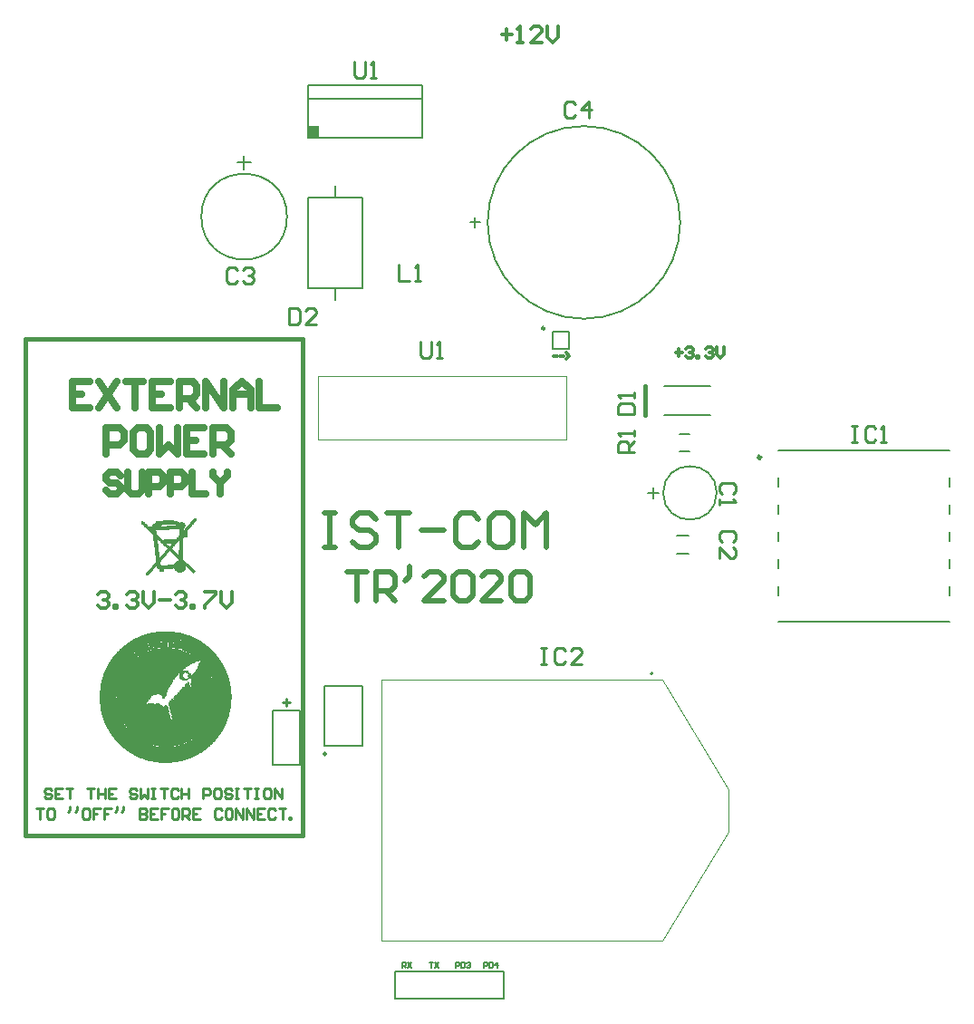
<source format=gto>
G04*
G04 #@! TF.GenerationSoftware,Altium Limited,Altium Designer,20.0.13 (296)*
G04*
G04 Layer_Color=65535*
%FSLAX44Y44*%
%MOMM*%
G71*
G01*
G75*
%ADD10C,0.2500*%
%ADD11C,0.3000*%
%ADD12C,0.2000*%
%ADD13C,0.1270*%
%ADD14C,0.4000*%
%ADD15C,0.1000*%
%ADD16C,0.0254*%
%ADD17C,0.5000*%
%ADD18C,0.2540*%
%ADD19C,0.1500*%
%ADD20C,0.7000*%
%ADD21R,1.0320X1.1110*%
D10*
X2809380Y613580D02*
G03*
X2809380Y613580I-1250J0D01*
G01*
X2604930Y215860D02*
G03*
X2604930Y215860I-1000J0D01*
G01*
D11*
X3011533Y492950D02*
G03*
X3011533Y492950I-1423J0D01*
G01*
X2391870Y364746D02*
X2394369Y367245D01*
X2399368D01*
X2401867Y364746D01*
Y362247D01*
X2399368Y359748D01*
X2396868D01*
X2399368D01*
X2401867Y357248D01*
Y354749D01*
X2399368Y352250D01*
X2394369D01*
X2391870Y354749D01*
X2406865Y352250D02*
Y354749D01*
X2409364D01*
Y352250D01*
X2406865D01*
X2419361Y364746D02*
X2421860Y367245D01*
X2426859D01*
X2429358Y364746D01*
Y362247D01*
X2426859Y359748D01*
X2424359D01*
X2426859D01*
X2429358Y357248D01*
Y354749D01*
X2426859Y352250D01*
X2421860D01*
X2419361Y354749D01*
X2434356Y367245D02*
Y357248D01*
X2439355Y352250D01*
X2444353Y357248D01*
Y367245D01*
X2449351Y359748D02*
X2459348D01*
X2464346Y364746D02*
X2466846Y367245D01*
X2471844D01*
X2474343Y364746D01*
Y362247D01*
X2471844Y359748D01*
X2469345D01*
X2471844D01*
X2474343Y357248D01*
Y354749D01*
X2471844Y352250D01*
X2466846D01*
X2464346Y354749D01*
X2479342Y352250D02*
Y354749D01*
X2481841D01*
Y352250D01*
X2479342D01*
X2491838Y367245D02*
X2501834D01*
Y364746D01*
X2491838Y354749D01*
Y352250D01*
X2506833Y367245D02*
Y357248D01*
X2511831Y352250D01*
X2516830Y357248D01*
Y367245D01*
X2817320Y587659D02*
X2821319D01*
X2823318D02*
X2827317D01*
X2829316Y584660D02*
X2832315Y587659D01*
X2829316Y590658D01*
X2931620Y590928D02*
X2938285D01*
X2934952Y594261D02*
Y587596D01*
X2941617Y594261D02*
X2943283Y595927D01*
X2946615D01*
X2948281Y594261D01*
Y592594D01*
X2946615Y590928D01*
X2944949D01*
X2946615D01*
X2948281Y589262D01*
Y587596D01*
X2946615Y585930D01*
X2943283D01*
X2941617Y587596D01*
X2951613Y585930D02*
Y587596D01*
X2953280D01*
Y585930D01*
X2951613D01*
X2959944Y594261D02*
X2961610Y595927D01*
X2964943D01*
X2966609Y594261D01*
Y592594D01*
X2964943Y590928D01*
X2963276D01*
X2964943D01*
X2966609Y589262D01*
Y587596D01*
X2964943Y585930D01*
X2961610D01*
X2959944Y587596D01*
X2969941Y595927D02*
Y589262D01*
X2973273Y585930D01*
X2976606Y589262D01*
Y595927D01*
X2769060Y888187D02*
X2779217D01*
X2774138Y893266D02*
Y883109D01*
X2784295Y880570D02*
X2789373D01*
X2786834D01*
Y895805D01*
X2784295Y893266D01*
X2807148Y880570D02*
X2796991D01*
X2807148Y890727D01*
Y893266D01*
X2804608Y895805D01*
X2799530D01*
X2796991Y893266D01*
X2812226Y895805D02*
Y885648D01*
X2817304Y880570D01*
X2822383Y885648D01*
Y895805D01*
D12*
X2970130Y459740D02*
G03*
X2970130Y459740I-25000J0D01*
G01*
X2910250Y291050D02*
G03*
X2908250Y291050I-1000J0D01*
G01*
D02*
G03*
X2910250Y291050I1000J0D01*
G01*
X2936070Y712470D02*
G03*
X2936070Y712470I-90000J0D01*
G01*
X2568570Y717830D02*
G03*
X2568570Y717830I-40000J0D01*
G01*
X2771140Y-12700D02*
Y12700D01*
X2669540Y-12700D02*
X2771140D01*
X2669540Y12700D02*
X2771140D01*
X2669540Y-12700D02*
Y12700D01*
X2832280Y593980D02*
Y609980D01*
X2816680Y593980D02*
X2832280D01*
X2816680Y609980D02*
X2832280D01*
X2816680Y593980D02*
Y609980D01*
X2555240Y256540D02*
X2580640D01*
Y205740D02*
Y256540D01*
X2555240Y205740D02*
X2580640D01*
X2555240D02*
Y256540D01*
X3027720Y339100D02*
X3187720D01*
X3027720Y499100D02*
X3187720D01*
Y364000D02*
Y372600D01*
Y389400D02*
Y398000D01*
Y414800D02*
Y423400D01*
Y440200D02*
Y448800D01*
Y465600D02*
Y474200D01*
X3027720Y364000D02*
Y372600D01*
Y389400D02*
Y398000D01*
Y414800D02*
Y423400D01*
Y440200D02*
Y448800D01*
Y465600D02*
Y474200D01*
X2935550Y514980D02*
X2944550D01*
X2935550Y498480D02*
X2944550D01*
X2933280Y402980D02*
X2944280D01*
X2933280Y419980D02*
X2944280D01*
X2588150Y791750D02*
Y840750D01*
X2695150Y791750D02*
Y840750D01*
X2588150Y791750D02*
X2695150D01*
X2588150Y840750D02*
X2695150D01*
X2588150Y828130D02*
X2695150D01*
X2744470Y707470D02*
Y717470D01*
X2739470Y712470D02*
X2749470D01*
X2528570Y762280D02*
Y774980D01*
X2522220Y768630D02*
X2534920D01*
X2613660Y735280D02*
Y746480D01*
Y640080D02*
Y651280D01*
X2588410Y735280D02*
X2638910D01*
Y651280D02*
Y735280D01*
X2588410Y651280D02*
X2638910D01*
X2588410D02*
Y735280D01*
X2920715Y532475D02*
X2964465D01*
X2920715Y559725D02*
X2964465D01*
X2752820Y15970D02*
Y20968D01*
X2755319D01*
X2756152Y20135D01*
Y18469D01*
X2755319Y17636D01*
X2752820D01*
X2757818Y20968D02*
Y15970D01*
X2760317D01*
X2761151Y16803D01*
Y20135D01*
X2760317Y20968D01*
X2757818D01*
X2765316Y15970D02*
Y20968D01*
X2762817Y18469D01*
X2766149D01*
X2726150Y15970D02*
Y20968D01*
X2728649D01*
X2729482Y20135D01*
Y18469D01*
X2728649Y17636D01*
X2726150D01*
X2731148Y20968D02*
Y15970D01*
X2733647D01*
X2734481Y16803D01*
Y20135D01*
X2733647Y20968D01*
X2731148D01*
X2736147Y20135D02*
X2736980Y20968D01*
X2738646D01*
X2739479Y20135D01*
Y19302D01*
X2738646Y18469D01*
X2737813D01*
X2738646D01*
X2739479Y17636D01*
Y16803D01*
X2738646Y15970D01*
X2736980D01*
X2736147Y16803D01*
X2702020Y20968D02*
X2705352D01*
X2703686D01*
Y15970D01*
X2707018Y20968D02*
X2710351Y15970D01*
Y20968D02*
X2707018Y15970D01*
X2676620D02*
Y20968D01*
X2679119D01*
X2679952Y20135D01*
Y18469D01*
X2679119Y17636D01*
X2676620D01*
X2678286D02*
X2679952Y15970D01*
X2681618Y20968D02*
X2684951Y15970D01*
Y20968D02*
X2681618Y15970D01*
D13*
X2603380Y279460D02*
X2639180D01*
X2603380Y223460D02*
Y279460D01*
X2639180Y223460D02*
Y279460D01*
X2603380Y223460D02*
X2639180D01*
D14*
X2583180Y603250D02*
X2583180Y139700D01*
X2324100D02*
X2583180D01*
X2324100D02*
X2324100Y603250D01*
X2583180D01*
X2902840Y532475D02*
Y559725D01*
D15*
X2597520Y509200D02*
X2829520D01*
X2597520D02*
Y569200D01*
X2829520D01*
Y509200D02*
Y569200D01*
X2657100Y284970D02*
X2919250D01*
X2657100Y41130D02*
Y284970D01*
Y41130D02*
X2919250D01*
X2981400Y143050D01*
Y183050D01*
X2919250Y284970D02*
X2981400Y183050D01*
D16*
X2422704Y301498D02*
X2479600D01*
X2422958Y301752D02*
X2480108D01*
X2423212Y302006D02*
X2480616D01*
X2423466Y302260D02*
X2481124D01*
X2423720Y302514D02*
X2482394D01*
X2423974Y302768D02*
X2482648D01*
X2424228Y303022D02*
X2483156D01*
X2424482Y303276D02*
X2483664D01*
X2424990Y303530D02*
X2484426D01*
X2425244Y303784D02*
X2485188D01*
X2425498Y304038D02*
X2486966D01*
X2425752Y304292D02*
X2505000D01*
X2426006Y304546D02*
X2504746D01*
X2426260Y304800D02*
X2504746D01*
X2426768Y305054D02*
X2504492D01*
X2427022Y305308D02*
X2504238D01*
X2427276Y305562D02*
X2503984D01*
X2427784Y305816D02*
X2503984D01*
X2428038Y306070D02*
X2503730D01*
X2428292Y306324D02*
X2503476D01*
X2428800Y306578D02*
X2503222D01*
X2429054Y306832D02*
X2503222D01*
X2429562Y307086D02*
X2480870D01*
X2429816Y307340D02*
X2480616D01*
X2433880Y307594D02*
X2480108D01*
X2434134Y307848D02*
X2479854D01*
X2407464Y230378D02*
X2479854D01*
X2407210Y230632D02*
X2480108D01*
X2407210Y230886D02*
X2480616D01*
X2406956Y231140D02*
X2480870D01*
X2406702Y231394D02*
X2481378D01*
X2427276Y231648D02*
X2481632D01*
X2427530Y231902D02*
X2482140D01*
X2427530Y232156D02*
X2482394D01*
X2427784Y232410D02*
X2482648D01*
X2427276Y232664D02*
X2483156D01*
X2427022Y232918D02*
X2483410D01*
X2426768Y233172D02*
X2483664D01*
X2426260Y233426D02*
X2484172D01*
X2426006Y233680D02*
X2484426D01*
X2425752Y233934D02*
X2484680D01*
X2425498Y234188D02*
X2484934D01*
X2425244Y234442D02*
X2485188D01*
X2424990Y234696D02*
X2485442D01*
X2424482Y234950D02*
X2485950D01*
X2424228Y235204D02*
X2486204D01*
X2423974Y235458D02*
X2486458D01*
X2423720Y235712D02*
X2486712D01*
X2423466Y235966D02*
X2486966D01*
X2423212Y236220D02*
X2487220D01*
X2422958Y236474D02*
X2487474D01*
X2422704Y236728D02*
X2487728D01*
X2422450Y236982D02*
X2487982D01*
X2422196Y237236D02*
X2488236D01*
X2421942Y237490D02*
X2488490D01*
X2421688Y237744D02*
X2488744D01*
X2421434Y237998D02*
X2488998D01*
X2421180Y238252D02*
X2489252D01*
X2420926Y238506D02*
X2489506D01*
X2420926Y238760D02*
X2489506D01*
X2420672Y239014D02*
X2489760D01*
X2420418Y239268D02*
X2490014D01*
X2420164Y239522D02*
X2490268D01*
X2419910Y239776D02*
X2490522D01*
X2419656Y240030D02*
X2490776D01*
X2419402Y240284D02*
X2491030D01*
X2419402Y240538D02*
X2491030D01*
X2419148Y240792D02*
X2491284D01*
X2418894Y241046D02*
X2491538D01*
X2418640Y241300D02*
X2491792D01*
X2418640Y241554D02*
X2491792D01*
X2418386Y241808D02*
X2492046D01*
X2418132Y242062D02*
X2492300D01*
X2417878Y242316D02*
X2492554D01*
X2417878Y242570D02*
X2492554D01*
X2417624Y242824D02*
X2492808D01*
X2417370Y243078D02*
X2493062D01*
X2417370Y243332D02*
X2493062D01*
X2417116Y243586D02*
X2493316D01*
X2416862Y243840D02*
X2493570D01*
X2416862Y244094D02*
X2493570D01*
X2416608Y244348D02*
X2493824D01*
X2416354Y244602D02*
X2494078D01*
X2416354Y244856D02*
X2494078D01*
X2416100Y245110D02*
X2494332D01*
X2415846Y245364D02*
X2494586D01*
X2415846Y245618D02*
X2494586D01*
X2415592Y245872D02*
X2494840D01*
X2429308Y213614D02*
X2480108D01*
X2428800Y213868D02*
X2480616D01*
X2428292Y214122D02*
X2481124D01*
X2427784Y214376D02*
X2481632D01*
X2427276Y214630D02*
X2482140D01*
X2426768Y214884D02*
X2482648D01*
X2426260Y215138D02*
X2483156D01*
X2425752Y215392D02*
X2483664D01*
X2425244Y215646D02*
X2484172D01*
X2424990Y215900D02*
X2484426D01*
X2424482Y216154D02*
X2484934D01*
X2423974Y216408D02*
X2485442D01*
X2423466Y216662D02*
X2485950D01*
X2423212Y216916D02*
X2486204D01*
X2422704Y217170D02*
X2486712D01*
X2422196Y217424D02*
X2487220D01*
X2421942Y217678D02*
X2487474D01*
X2421434Y217932D02*
X2487982D01*
X2421180Y218186D02*
X2488236D01*
X2420672Y218440D02*
X2488744D01*
X2420418Y218694D02*
X2488998D01*
X2419910Y218948D02*
X2489506D01*
X2419656Y219202D02*
X2489760D01*
X2419148Y219456D02*
X2490268D01*
X2418894Y219710D02*
X2490522D01*
X2418640Y219964D02*
X2490776D01*
X2418132Y220218D02*
X2491284D01*
X2417878Y220472D02*
X2491538D01*
X2417624Y220726D02*
X2491792D01*
X2417116Y220980D02*
X2492300D01*
X2416862Y221234D02*
X2492554D01*
X2416608Y221488D02*
X2492808D01*
X2416354Y221742D02*
X2493062D01*
X2415846Y221996D02*
X2493570D01*
X2413560Y288290D02*
X2463598D01*
X2433626Y308610D02*
X2478584D01*
X2436166Y227330D02*
X2474266D01*
X2414576Y247650D02*
X2459026D01*
X2433626Y308864D02*
X2478076D01*
X2433372Y309118D02*
X2477568D01*
X2433372Y309372D02*
X2477314D01*
X2433626Y309626D02*
X2476806D01*
X2434134Y309880D02*
X2476298D01*
X2434642Y310134D02*
X2475790D01*
X2435150Y310388D02*
X2475282D01*
X2435658Y310642D02*
X2474774D01*
X2436166Y310896D02*
X2474266D01*
X2436928Y311150D02*
X2473504D01*
X2437436Y311404D02*
X2472996D01*
X2437944Y311658D02*
X2472488D01*
X2438706Y311912D02*
X2471726D01*
X2437436Y324866D02*
X2449882D01*
X2437436Y325120D02*
X2456740D01*
X2437182Y325374D02*
X2456740D01*
X2437182Y325628D02*
X2456740D01*
X2437182Y325882D02*
X2456740D01*
X2436928Y326136D02*
X2456740D01*
X2436928Y326390D02*
X2456740D01*
X2436928Y326644D02*
X2456994D01*
X2436928Y326898D02*
X2456994D01*
X2436674Y327152D02*
X2456994D01*
X2436674Y327406D02*
X2456994D01*
X2436674Y327660D02*
X2456994D01*
X2436928Y327914D02*
X2456994D01*
X2437690Y328168D02*
X2456994D01*
X2438706Y328422D02*
X2456994D01*
X2413560Y288544D02*
X2463852D01*
X2413814Y288798D02*
X2464106D01*
X2413814Y289052D02*
X2464106D01*
X2414068Y289306D02*
X2464360D01*
X2414068Y289560D02*
X2464614D01*
X2414322Y289814D02*
X2464868D01*
X2414322Y290068D02*
X2465122D01*
X2414576Y290322D02*
X2465122D01*
X2414576Y290576D02*
X2465376D01*
X2414830Y290830D02*
X2465630D01*
X2414830Y291084D02*
X2465884D01*
X2415084Y291338D02*
X2466138D01*
X2415338Y291592D02*
X2466392D01*
X2415338Y291846D02*
X2466646D01*
X2415592Y292100D02*
X2466900D01*
X2415592Y292354D02*
X2467154D01*
X2415846Y292608D02*
X2467408D01*
X2415846Y292862D02*
X2467662D01*
X2416100Y293116D02*
X2467916D01*
X2416354Y293370D02*
X2468170D01*
X2416354Y293624D02*
X2468424D01*
X2416608Y293878D02*
X2468678D01*
X2416862Y294132D02*
X2468932D01*
X2416862Y294386D02*
X2469186D01*
X2417116Y294640D02*
X2469440D01*
X2417370Y294894D02*
X2469694D01*
X2417370Y295148D02*
X2469948D01*
X2417624Y295402D02*
X2470202D01*
X2417878Y295656D02*
X2470710D01*
X2417878Y295910D02*
X2470964D01*
X2418132Y296164D02*
X2471218D01*
X2418386Y296418D02*
X2471472D01*
X2418640Y296672D02*
X2471726D01*
X2418640Y296926D02*
X2472234D01*
X2418894Y297180D02*
X2472488D01*
X2419148Y297434D02*
X2472742D01*
X2419402Y297688D02*
X2473250D01*
X2419402Y297942D02*
X2473504D01*
X2419656Y298196D02*
X2473758D01*
X2419910Y298450D02*
X2474266D01*
X2420164Y298704D02*
X2474774D01*
X2420418Y298958D02*
X2475028D01*
X2420672Y299212D02*
X2475536D01*
X2420926Y299466D02*
X2476806D01*
X2420926Y299720D02*
X2476044D01*
X2421180Y299974D02*
X2476552D01*
X2421434Y300228D02*
X2477060D01*
X2421688Y300482D02*
X2477314D01*
X2421942Y300736D02*
X2477822D01*
X2422196Y300990D02*
X2478330D01*
X2422450Y301244D02*
X2478838D01*
X2433880Y308102D02*
X2479346D01*
X2433880Y308356D02*
X2479092D01*
X2409496Y270764D02*
X2441500D01*
X2409496Y271018D02*
X2441754D01*
X2409496Y271272D02*
X2442008D01*
X2409496Y271526D02*
X2442008D01*
X2409496Y271780D02*
X2442262D01*
X2409496Y272034D02*
X2442516D01*
X2409496Y272288D02*
X2445056D01*
X2409496Y272542D02*
X2454962D01*
X2409496Y272796D02*
X2454962D01*
X2409496Y273050D02*
X2454962D01*
X2409496Y273304D02*
X2455216D01*
X2409496Y273558D02*
X2455216D01*
X2409496Y273812D02*
X2455216D01*
X2409750Y274066D02*
X2455470D01*
X2409750Y274320D02*
X2455470D01*
X2409750Y274574D02*
X2455724D01*
X2409750Y274828D02*
X2455724D01*
X2409750Y275082D02*
X2455724D01*
X2409750Y275336D02*
X2455978D01*
X2409750Y275590D02*
X2455978D01*
X2409750Y275844D02*
X2456232D01*
X2410004Y276098D02*
X2456232D01*
X2410004Y276352D02*
X2456232D01*
X2410004Y276606D02*
X2456486D01*
X2410004Y276860D02*
X2456486D01*
X2410004Y277114D02*
X2456740D01*
X2410004Y277368D02*
X2456740D01*
X2410258Y277622D02*
X2456994D01*
X2410258Y277876D02*
X2456994D01*
X2410258Y278130D02*
X2456994D01*
X2410258Y278384D02*
X2457248D01*
X2410258Y278638D02*
X2457248D01*
X2410512Y278892D02*
X2457502D01*
X2410512Y279146D02*
X2457502D01*
X2410512Y279400D02*
X2457756D01*
X2410512Y279654D02*
X2457756D01*
X2410512Y279908D02*
X2458010D01*
X2410766Y280162D02*
X2458264D01*
X2410766Y280416D02*
X2458264D01*
X2410766Y280670D02*
X2458518D01*
X2410766Y280924D02*
X2458518D01*
X2411020Y281178D02*
X2458772D01*
X2411020Y281432D02*
X2459026D01*
X2411020Y281686D02*
X2459026D01*
X2411274Y281940D02*
X2459280D01*
X2411274Y282194D02*
X2459534D01*
X2411274Y282448D02*
X2459534D01*
X2411274Y282702D02*
X2459788D01*
X2411528Y282956D02*
X2459788D01*
X2411528Y283210D02*
X2460042D01*
X2411528Y283464D02*
X2460042D01*
X2411782Y283718D02*
X2460296D01*
X2411782Y283972D02*
X2460550D01*
X2411782Y284226D02*
X2461058D01*
X2412036Y284480D02*
X2460804D01*
X2412036Y284734D02*
X2461058D01*
X2412290Y284988D02*
X2461058D01*
X2412290Y285242D02*
X2461312D01*
X2412290Y285496D02*
X2461566D01*
X2412544Y285750D02*
X2461820D01*
X2412544Y286004D02*
X2461820D01*
X2412544Y286258D02*
X2462074D01*
X2412798Y286512D02*
X2462328D01*
X2412798Y286766D02*
X2463090D01*
X2413052Y287020D02*
X2462582D01*
X2413052Y287274D02*
X2462836D01*
X2413306Y287528D02*
X2463090D01*
X2413306Y287782D02*
X2463344D01*
X2413306Y288036D02*
X2463344D01*
X2414576Y247904D02*
X2459026D01*
X2414322Y248158D02*
X2458772D01*
X2414322Y248412D02*
X2458772D01*
X2414068Y248666D02*
X2458772D01*
X2414068Y248920D02*
X2458772D01*
X2413814Y249174D02*
X2458518D01*
X2413814Y249428D02*
X2458518D01*
X2413560Y249682D02*
X2458518D01*
X2413560Y249936D02*
X2458518D01*
X2413306Y250190D02*
X2458518D01*
X2413306Y250444D02*
X2458518D01*
X2413306Y250698D02*
X2458264D01*
X2413052Y250952D02*
X2458264D01*
X2413052Y251206D02*
X2458264D01*
X2412798Y251460D02*
X2458264D01*
X2412798Y251714D02*
X2458518D01*
X2412544Y251968D02*
X2458010D01*
X2412544Y252222D02*
X2457756D01*
X2412544Y252476D02*
X2457756D01*
X2412290Y252730D02*
X2457756D01*
X2412290Y252984D02*
X2457502D01*
X2412290Y253238D02*
X2457502D01*
X2412036Y253492D02*
X2457502D01*
X2412036Y253746D02*
X2457502D01*
X2411782Y254000D02*
X2457502D01*
X2411782Y254254D02*
X2457502D01*
X2411782Y254508D02*
X2457248D01*
X2411528Y254762D02*
X2457248D01*
X2411528Y255016D02*
X2457248D01*
X2411528Y255270D02*
X2457248D01*
X2411274Y255524D02*
X2456994D01*
X2411274Y255778D02*
X2456994D01*
X2411274Y256032D02*
X2456994D01*
X2411274Y256286D02*
X2456994D01*
X2411020Y256540D02*
X2456994D01*
X2411020Y256794D02*
X2456740D01*
X2411020Y257048D02*
X2456740D01*
X2410766Y257302D02*
X2456740D01*
X2410766Y257556D02*
X2457248D01*
X2410766Y257810D02*
X2457248D01*
X2410766Y258064D02*
X2456994D01*
X2410512Y258318D02*
X2456486D01*
X2410512Y258572D02*
X2456486D01*
X2410512Y258826D02*
X2456740D01*
X2410512Y259080D02*
X2456232D01*
X2410512Y259334D02*
X2452676D01*
X2410258Y259588D02*
X2452422D01*
X2410258Y259842D02*
X2452168D01*
X2410258Y260096D02*
X2451914D01*
X2410258Y260350D02*
X2451406D01*
X2410258Y260604D02*
X2450898D01*
X2410004Y260858D02*
X2450644D01*
X2410004Y261112D02*
X2450390D01*
X2410004Y261366D02*
X2449882D01*
X2410004Y261620D02*
X2449628D01*
X2410004Y261874D02*
X2449374D01*
X2410004Y262128D02*
X2448866D01*
X2435658Y227584D02*
X2474774D01*
X2435150Y227838D02*
X2475282D01*
X2434642Y228092D02*
X2475790D01*
X2434134Y228346D02*
X2476298D01*
X2433626Y228600D02*
X2476806D01*
X2433118Y228854D02*
X2477314D01*
X2432864Y229108D02*
X2477568D01*
X2408480Y229362D02*
X2478076D01*
X2408226Y229616D02*
X2478584D01*
X2407972Y229870D02*
X2479092D01*
X2407718Y230124D02*
X2479346D01*
X2415592Y246126D02*
X2459534D01*
X2415338Y246380D02*
X2459280D01*
X2415338Y246634D02*
X2459280D01*
X2415084Y246888D02*
X2459280D01*
X2414830Y247142D02*
X2459026D01*
X2414830Y247396D02*
X2459026D01*
X2438706Y210312D02*
X2470710D01*
X2437690Y210566D02*
X2471726D01*
X2436928Y210820D02*
X2472488D01*
X2436166Y211074D02*
X2473250D01*
X2435404Y211328D02*
X2474012D01*
X2434642Y211582D02*
X2474774D01*
X2433880Y211836D02*
X2475536D01*
X2433118Y212090D02*
X2476298D01*
X2432356Y212344D02*
X2477060D01*
X2431848Y212598D02*
X2477568D01*
X2431086Y212852D02*
X2478330D01*
X2430578Y213106D02*
X2478838D01*
X2430070Y213360D02*
X2479346D01*
X2415592Y222250D02*
X2454708D01*
X2415338Y222504D02*
X2450390D01*
X2415084Y222758D02*
X2448358D01*
X2414830Y223012D02*
X2446834D01*
X2414322Y223266D02*
X2445564D01*
X2414068Y223520D02*
X2444294D01*
X2413814Y223774D02*
X2443278D01*
X2413560Y224028D02*
X2442516D01*
X2413306Y224282D02*
X2441500D01*
X2438706Y226314D02*
X2471726D01*
X2437944Y226568D02*
X2472488D01*
X2437436Y226822D02*
X2472996D01*
X2436928Y227076D02*
X2473504D01*
X2501952Y267970D02*
X2515922D01*
X2462582D02*
X2500936D01*
X2497888Y288290D02*
X2512874D01*
X2480362D02*
X2496872D01*
X2468170D02*
X2470710D01*
X2480362Y308610D02*
X2501698D01*
X2440738Y328930D02*
X2456994D01*
X2476298Y227330D02*
X2499158D01*
X2496872Y247650D02*
X2511858D01*
X2461058D02*
X2495856D01*
X2441754Y329184D02*
X2456994D01*
X2443278Y329438D02*
X2456994D01*
X2444548Y329692D02*
X2456994D01*
X2446326Y329946D02*
X2456994D01*
X2448612Y330200D02*
X2456994D01*
X2479854Y308864D02*
X2501444D01*
X2479600Y309118D02*
X2501190D01*
X2479092Y309372D02*
X2500936D01*
X2478584Y309626D02*
X2500936D01*
X2478330Y309880D02*
X2500682D01*
X2478330Y310134D02*
X2500428D01*
X2478330Y310388D02*
X2500174D01*
X2478584Y310642D02*
X2499920D01*
X2478584Y310896D02*
X2499666D01*
X2478838Y311150D02*
X2499412D01*
X2478838Y311404D02*
X2499158D01*
X2479092Y311658D02*
X2498904D01*
X2479092Y311912D02*
X2498650D01*
X2479346Y312166D02*
X2498396D01*
X2439468D02*
X2470964D01*
X2479346Y312420D02*
X2498142D01*
X2439976D02*
X2470456D01*
X2479600Y312674D02*
X2497888D01*
X2440738D02*
X2469694D01*
X2479600Y312928D02*
X2497634D01*
X2441500D02*
X2468932D01*
X2479854Y313182D02*
X2497380D01*
X2442516D02*
X2467916D01*
X2479854Y313436D02*
X2497126D01*
X2443278D02*
X2467154D01*
X2480108Y313690D02*
X2496872D01*
X2444294D02*
X2466138D01*
X2480108Y313944D02*
X2496618D01*
X2445564D02*
X2464868D01*
X2480362Y314198D02*
X2496364D01*
X2446834D02*
X2463598D01*
X2480362Y314452D02*
X2496110D01*
X2448358D02*
X2462074D01*
X2480616Y314706D02*
X2495856D01*
X2469186D02*
X2469694D01*
X2480616Y314960D02*
X2495602D01*
X2468424D02*
X2469948D01*
X2480870Y315214D02*
X2495348D01*
X2467408D02*
X2469948D01*
X2480870Y315468D02*
X2495094D01*
X2466900D02*
X2469948D01*
X2481124Y315722D02*
X2494586D01*
X2466900D02*
X2470202D01*
X2444040D02*
X2450390D01*
X2481124Y315976D02*
X2494332D01*
X2467154D02*
X2470202D01*
X2481378Y316230D02*
X2494078D01*
X2467154D02*
X2470202D01*
X2481378Y316484D02*
X2493824D01*
X2467154D02*
X2470456D01*
X2481632Y316738D02*
X2493570D01*
X2467408D02*
X2470456D01*
X2448866D02*
X2449120D01*
X2481632Y316992D02*
X2493062D01*
X2467408D02*
X2470456D01*
X2448866D02*
X2451660D01*
X2481886Y317246D02*
X2492808D01*
X2467408D02*
X2470456D01*
X2448866D02*
X2451660D01*
X2481886Y317500D02*
X2492554D01*
X2467662D02*
X2470710D01*
X2448866D02*
X2451660D01*
X2481886Y317754D02*
X2492300D01*
X2467662D02*
X2470710D01*
X2448866D02*
X2451660D01*
X2481632Y318008D02*
X2491792D01*
X2467662D02*
X2470710D01*
X2448866D02*
X2451660D01*
X2481378Y318262D02*
X2491538D01*
X2467662D02*
X2470964D01*
X2448612D02*
X2451660D01*
X2480870Y318516D02*
X2491284D01*
X2467916D02*
X2470964D01*
X2448612D02*
X2451660D01*
X2480108Y318770D02*
X2490776D01*
X2467916D02*
X2470964D01*
X2448612D02*
X2452422D01*
X2479346Y319024D02*
X2490522D01*
X2467916D02*
X2470964D01*
X2448612D02*
X2456486D01*
X2478584Y319278D02*
X2490268D01*
X2468170D02*
X2471218D01*
X2448612D02*
X2456486D01*
X2478584Y319532D02*
X2489760D01*
X2468170D02*
X2471218D01*
X2448612D02*
X2456486D01*
X2468170Y319786D02*
X2471218D01*
X2448612D02*
X2456486D01*
X2468424Y320040D02*
X2471472D01*
X2448612D02*
X2456486D01*
X2468424Y320294D02*
X2471472D01*
X2468424Y320548D02*
X2471472D01*
X2468424Y320802D02*
X2471726D01*
X2468678Y321056D02*
X2471726D01*
X2448358D02*
X2449628D01*
X2468678Y321310D02*
X2471726D01*
X2448358D02*
X2451406D01*
X2468678Y321564D02*
X2471472D01*
X2448358D02*
X2451406D01*
X2468932Y321818D02*
X2470456D01*
X2448358D02*
X2451406D01*
X2468932Y322072D02*
X2469694D01*
X2448358D02*
X2451152D01*
X2448358Y322326D02*
X2451152D01*
X2448358Y322580D02*
X2451152D01*
X2448358Y322834D02*
X2451152D01*
X2469186Y323088D02*
X2484172D01*
X2448358D02*
X2451152D01*
X2463090Y323342D02*
X2483664D01*
X2448358D02*
X2451152D01*
X2463090Y323596D02*
X2483156D01*
X2448104D02*
X2451152D01*
X2463090Y323850D02*
X2482648D01*
X2448104D02*
X2451152D01*
X2463344Y324104D02*
X2482140D01*
X2463344Y324358D02*
X2481632D01*
X2457756Y324612D02*
X2481124D01*
X2457756Y324866D02*
X2480616D01*
X2457756Y325120D02*
X2480108D01*
X2457756Y325374D02*
X2479346D01*
X2457756Y325628D02*
X2478838D01*
X2457756Y325882D02*
X2478330D01*
X2457756Y326136D02*
X2477568D01*
X2457756Y326390D02*
X2477060D01*
X2463598Y326644D02*
X2476298D01*
X2463598Y326898D02*
X2475536D01*
X2463598Y327152D02*
X2474774D01*
X2463852Y327406D02*
X2474012D01*
X2463852Y327660D02*
X2473250D01*
X2463852Y327914D02*
X2472488D01*
X2458010Y328168D02*
X2471726D01*
X2458010Y328422D02*
X2470710D01*
X2458010Y328676D02*
X2469694D01*
X2439722D02*
X2456994D01*
X2497888Y288544D02*
X2512874D01*
X2480616D02*
X2496872D01*
X2467916D02*
X2470710D01*
X2497634Y288798D02*
X2512620D01*
X2480616D02*
X2496618D01*
X2467916D02*
X2470710D01*
X2497634Y289052D02*
X2512620D01*
X2480870D02*
X2496618D01*
X2467916D02*
X2470456D01*
X2497380Y289306D02*
X2512620D01*
X2480870D02*
X2496364D01*
X2467916D02*
X2470710D01*
X2497380Y289560D02*
X2512366D01*
X2481124D02*
X2496364D01*
X2467916D02*
X2470710D01*
X2497126Y289814D02*
X2512366D01*
X2481124D02*
X2496110D01*
X2467916D02*
X2470710D01*
X2497126Y290068D02*
X2512366D01*
X2481378D02*
X2496110D01*
X2467916D02*
X2470710D01*
X2496872Y290322D02*
X2512112D01*
X2481632D02*
X2495856D01*
X2467916D02*
X2470710D01*
X2496872Y290576D02*
X2512112D01*
X2481632D02*
X2495856D01*
X2467916D02*
X2470964D01*
X2496618Y290830D02*
X2512112D01*
X2481886D02*
X2495602D01*
X2468170D02*
X2470964D01*
X2496618Y291084D02*
X2511858D01*
X2481886D02*
X2495602D01*
X2468170D02*
X2470964D01*
X2496364Y291338D02*
X2511858D01*
X2482140D02*
X2495348D01*
X2468170D02*
X2471218D01*
X2496364Y291592D02*
X2511858D01*
X2482140D02*
X2495094D01*
X2468424D02*
X2471472D01*
X2496110Y291846D02*
X2511604D01*
X2482394D02*
X2495094D01*
X2468424D02*
X2471726D01*
X2496110Y292100D02*
X2511604D01*
X2482394D02*
X2494840D01*
X2468678D02*
X2471980D01*
X2495856Y292354D02*
X2511350D01*
X2482648D02*
X2494840D01*
X2468932D02*
X2472488D01*
X2495602Y292608D02*
X2511350D01*
X2482902D02*
X2494586D01*
X2468932D02*
X2476044D01*
X2495602Y292862D02*
X2511350D01*
X2482902D02*
X2494586D01*
X2469440D02*
X2475790D01*
X2495348Y293116D02*
X2511096D01*
X2483156D02*
X2494332D01*
X2469440D02*
X2475536D01*
X2495348Y293370D02*
X2511096D01*
X2483156D02*
X2494078D01*
X2495094Y293624D02*
X2510842D01*
X2483410D02*
X2494078D01*
X2494840Y293878D02*
X2510842D01*
X2483664D02*
X2493824D01*
X2469186D02*
X2469694D01*
X2494840Y294132D02*
X2510588D01*
X2483664D02*
X2493570D01*
X2469186D02*
X2469694D01*
X2494586Y294386D02*
X2510588D01*
X2483918D02*
X2493570D01*
X2469440D02*
X2469948D01*
X2494586Y294640D02*
X2510588D01*
X2484172D02*
X2493316D01*
X2494332Y294894D02*
X2510334D01*
X2484172D02*
X2493062D01*
X2494078Y295148D02*
X2510334D01*
X2484426D02*
X2493062D01*
X2494078Y295402D02*
X2510080D01*
X2484426D02*
X2492808D01*
X2493824Y295656D02*
X2510080D01*
X2484680D02*
X2492554D01*
X2484934Y295910D02*
X2492554D01*
X2484934Y296164D02*
X2492554D01*
X2485188Y296418D02*
X2492808D01*
X2485188Y296672D02*
X2509572D01*
X2485442Y296926D02*
X2509318D01*
X2485442Y297180D02*
X2509318D01*
X2485696Y297434D02*
X2509064D01*
X2485696Y297688D02*
X2509064D01*
X2485950Y297942D02*
X2508810D01*
X2485950Y298196D02*
X2508810D01*
X2485950Y298450D02*
X2508556D01*
X2486204Y298704D02*
X2508556D01*
X2486204Y298958D02*
X2508302D01*
X2486458Y299212D02*
X2508048D01*
X2486458Y299466D02*
X2508048D01*
X2486712Y299720D02*
X2507794D01*
X2486712Y299974D02*
X2507794D01*
X2486966Y300228D02*
X2507540D01*
X2486966Y300482D02*
X2507540D01*
X2487220Y300736D02*
X2507286D01*
X2487220Y300990D02*
X2507032D01*
X2487474Y301244D02*
X2507032D01*
X2487474Y301498D02*
X2506778D01*
X2487728Y301752D02*
X2506778D01*
X2487728Y302006D02*
X2506524D01*
X2487728Y302260D02*
X2506270D01*
X2487982Y302514D02*
X2506270D01*
X2487982Y302768D02*
X2506016D01*
X2487982Y303022D02*
X2505762D01*
X2488236Y303276D02*
X2505762D01*
X2488236Y303530D02*
X2505508D01*
X2488236Y303784D02*
X2505254D01*
X2488236Y304038D02*
X2505254D01*
X2481124Y307086D02*
X2502968D01*
X2482140Y307340D02*
X2502714D01*
X2481886Y307594D02*
X2502460D01*
X2481632Y307848D02*
X2502206D01*
X2481124Y308102D02*
X2502206D01*
X2480870Y308356D02*
X2501952D01*
Y268224D02*
X2515922D01*
X2462582D02*
X2500936D01*
X2501952Y268478D02*
X2515922D01*
X2462582D02*
X2500936D01*
X2502206Y268732D02*
X2515922D01*
X2463090D02*
X2500936D01*
X2502206Y268986D02*
X2515922D01*
X2463344D02*
X2500936D01*
X2502206Y269240D02*
X2515922D01*
X2463598D02*
X2500936D01*
X2502206Y269494D02*
X2515922D01*
X2463852D02*
X2500936D01*
X2501952Y269748D02*
X2515922D01*
X2463852D02*
X2500936D01*
X2501952Y270002D02*
X2515922D01*
X2464106D02*
X2500936D01*
X2501952Y270256D02*
X2515922D01*
X2464360D02*
X2500936D01*
X2501952Y270510D02*
X2515922D01*
X2464614D02*
X2500936D01*
X2501952Y270764D02*
X2515922D01*
X2464868D02*
X2500936D01*
X2501952Y271018D02*
X2515922D01*
X2465122D02*
X2500936D01*
X2501952Y271272D02*
X2515922D01*
X2465376D02*
X2500936D01*
X2501952Y271526D02*
X2515922D01*
X2465630D02*
X2500936D01*
X2501952Y271780D02*
X2515668D01*
X2465884D02*
X2500936D01*
X2449120D02*
X2451152D01*
X2501952Y272034D02*
X2515668D01*
X2466138D02*
X2500936D01*
X2501952Y272288D02*
X2515668D01*
X2466392D02*
X2500936D01*
X2445818D02*
X2454708D01*
X2501952Y272542D02*
X2515668D01*
X2466646D02*
X2500936D01*
X2501952Y272796D02*
X2515668D01*
X2466900D02*
X2500936D01*
X2501952Y273050D02*
X2515668D01*
X2467154D02*
X2500936D01*
X2501952Y273304D02*
X2515668D01*
X2467408D02*
X2500936D01*
X2501952Y273558D02*
X2515668D01*
X2467662D02*
X2500936D01*
X2501952Y273812D02*
X2515668D01*
X2467916D02*
X2500936D01*
X2501698Y274066D02*
X2515668D01*
X2468170D02*
X2500682D01*
X2501698Y274320D02*
X2515668D01*
X2468424D02*
X2500682D01*
X2501698Y274574D02*
X2515668D01*
X2468678D02*
X2500682D01*
X2501698Y274828D02*
X2515668D01*
X2468932D02*
X2500682D01*
X2501698Y275082D02*
X2515668D01*
X2469186D02*
X2500682D01*
X2501698Y275336D02*
X2515668D01*
X2469440D02*
X2500682D01*
X2501698Y275590D02*
X2515414D01*
X2469694D02*
X2500682D01*
X2501698Y275844D02*
X2515414D01*
X2469948D02*
X2500682D01*
X2469186D02*
X2469440D01*
X2501444Y276098D02*
X2515414D01*
X2470202D02*
X2500428D01*
X2469440D02*
X2469694D01*
X2501444Y276352D02*
X2515414D01*
X2470202D02*
X2500428D01*
X2501444Y276606D02*
X2515414D01*
X2470456D02*
X2500428D01*
X2501444Y276860D02*
X2515414D01*
X2480870D02*
X2500428D01*
X2501444Y277114D02*
X2515414D01*
X2480870D02*
X2500428D01*
X2501444Y277368D02*
X2515414D01*
X2480616D02*
X2500428D01*
X2501190Y277622D02*
X2515414D01*
X2480362D02*
X2500174D01*
X2501190Y277876D02*
X2515160D01*
X2480362D02*
X2500174D01*
X2501190Y278130D02*
X2515160D01*
X2480108D02*
X2500174D01*
X2501190Y278384D02*
X2515160D01*
X2479854D02*
X2500174D01*
X2501190Y278638D02*
X2515160D01*
X2479854D02*
X2500174D01*
X2500936Y278892D02*
X2515160D01*
X2479600D02*
X2499920D01*
X2500936Y279146D02*
X2515160D01*
X2479600D02*
X2499920D01*
X2500936Y279400D02*
X2515160D01*
X2479600D02*
X2499920D01*
X2500936Y279654D02*
X2514906D01*
X2479600D02*
X2499920D01*
X2500682Y279908D02*
X2514906D01*
X2479600D02*
X2499920D01*
X2500682Y280162D02*
X2514906D01*
X2479346D02*
X2499666D01*
X2500682Y280416D02*
X2514906D01*
X2479346D02*
X2499666D01*
X2500682Y280670D02*
X2514906D01*
X2479346D02*
X2499666D01*
X2500682Y280924D02*
X2514652D01*
X2479346D02*
X2499666D01*
X2500428Y281178D02*
X2514652D01*
X2479346D02*
X2499412D01*
X2500428Y281432D02*
X2514652D01*
X2479346D02*
X2499412D01*
X2500428Y281686D02*
X2514652D01*
X2479346D02*
X2499412D01*
X2500174Y281940D02*
X2514652D01*
X2479346D02*
X2499158D01*
X2500174Y282194D02*
X2514652D01*
X2479346D02*
X2499158D01*
X2500174Y282448D02*
X2514398D01*
X2479346D02*
X2499158D01*
X2500174Y282702D02*
X2514398D01*
X2479346D02*
X2499158D01*
X2499920Y282956D02*
X2514398D01*
X2479346D02*
X2498904D01*
X2499920Y283210D02*
X2514398D01*
X2479346D02*
X2498904D01*
X2499920Y283464D02*
X2514144D01*
X2479346D02*
X2498904D01*
X2499666Y283718D02*
X2514144D01*
X2479346D02*
X2498650D01*
X2499666Y283972D02*
X2514144D01*
X2479346D02*
X2498650D01*
X2499666Y284226D02*
X2514144D01*
X2479346D02*
X2498650D01*
X2499412Y284480D02*
X2513890D01*
X2479346D02*
X2498396D01*
X2499412Y284734D02*
X2513890D01*
X2479346D02*
X2498396D01*
X2499412Y284988D02*
X2513890D01*
X2479346D02*
X2498142D01*
X2499158Y285242D02*
X2513890D01*
X2479346D02*
X2498142D01*
X2499158Y285496D02*
X2513636D01*
X2478838D02*
X2498142D01*
X2498904Y285750D02*
X2513636D01*
X2479600D02*
X2497888D01*
X2498904Y286004D02*
X2513636D01*
X2479600D02*
X2497888D01*
X2469440D02*
X2475790D01*
X2498904Y286258D02*
X2513636D01*
X2479600D02*
X2497888D01*
X2469186D02*
X2475790D01*
X2498650Y286512D02*
X2513382D01*
X2479854D02*
X2497634D01*
X2468932D02*
X2472488D01*
X2498650Y286766D02*
X2513382D01*
X2479854D02*
X2497634D01*
X2468678D02*
X2471980D01*
X2498396Y287020D02*
X2513382D01*
X2479854D02*
X2497380D01*
X2468678D02*
X2471472D01*
X2498396Y287274D02*
X2513128D01*
X2479854D02*
X2497380D01*
X2468424D02*
X2471472D01*
X2498396Y287528D02*
X2513128D01*
X2480108D02*
X2497126D01*
X2468424D02*
X2471218D01*
X2498142Y287782D02*
X2513128D01*
X2480108D02*
X2497126D01*
X2468170D02*
X2470964D01*
X2498142Y288036D02*
X2512874D01*
X2480362D02*
X2497126D01*
X2468170D02*
X2470964D01*
X2496872Y247904D02*
X2512112D01*
X2461312D02*
X2495856D01*
X2497126Y248158D02*
X2512112D01*
X2461566D02*
X2496110D01*
X2497126Y248412D02*
X2512112D01*
X2461566D02*
X2496110D01*
X2497380Y248666D02*
X2512366D01*
X2461820D02*
X2496364D01*
X2497380Y248920D02*
X2512366D01*
X2462074D02*
X2496364D01*
X2497634Y249174D02*
X2512366D01*
X2462074D02*
X2496618D01*
X2497634Y249428D02*
X2512620D01*
X2462074D02*
X2496618D01*
X2497888Y249682D02*
X2512620D01*
X2461820D02*
X2496872D01*
X2497888Y249936D02*
X2512620D01*
X2461820D02*
X2496872D01*
X2498142Y250190D02*
X2512874D01*
X2461820D02*
X2497126D01*
X2498142Y250444D02*
X2512874D01*
X2461820D02*
X2497126D01*
X2498396Y250698D02*
X2512874D01*
X2461566D02*
X2497126D01*
X2498396Y250952D02*
X2513128D01*
X2461566D02*
X2497380D01*
X2498396Y251206D02*
X2513128D01*
X2461566D02*
X2497380D01*
X2498650Y251460D02*
X2513128D01*
X2461566D02*
X2497634D01*
X2498650Y251714D02*
X2513382D01*
X2461312D02*
X2497634D01*
X2498904Y251968D02*
X2513382D01*
X2461312D02*
X2497888D01*
X2498904Y252222D02*
X2513382D01*
X2465122D02*
X2497888D01*
X2498904Y252476D02*
X2513636D01*
X2465376D02*
X2497888D01*
X2499158Y252730D02*
X2513636D01*
X2465122D02*
X2498142D01*
X2499158Y252984D02*
X2513636D01*
X2465122D02*
X2498142D01*
X2499412Y253238D02*
X2513636D01*
X2465884D02*
X2498142D01*
X2499412Y253492D02*
X2513890D01*
X2466138D02*
X2498396D01*
X2499412Y253746D02*
X2513890D01*
X2465884D02*
X2498396D01*
X2499666Y254000D02*
X2513890D01*
X2465884D02*
X2498650D01*
X2499666Y254254D02*
X2513890D01*
X2465884D02*
X2498650D01*
X2499666Y254508D02*
X2514144D01*
X2465884D02*
X2498650D01*
X2499920Y254762D02*
X2514144D01*
X2465630D02*
X2498904D01*
X2499920Y255016D02*
X2514144D01*
X2465630D02*
X2498904D01*
X2499920Y255270D02*
X2514144D01*
X2465630D02*
X2498904D01*
X2500174Y255524D02*
X2514398D01*
X2465630D02*
X2499158D01*
X2500174Y255778D02*
X2514398D01*
X2465376D02*
X2499158D01*
X2500174Y256032D02*
X2514398D01*
X2465376D02*
X2499158D01*
X2500174Y256286D02*
X2514398D01*
X2465376D02*
X2499158D01*
X2500428Y256540D02*
X2514652D01*
X2465376D02*
X2499412D01*
X2500428Y256794D02*
X2514652D01*
X2465376D02*
X2499412D01*
X2500428Y257048D02*
X2514652D01*
X2465376D02*
X2499412D01*
X2500682Y257302D02*
X2514652D01*
X2465122D02*
X2499666D01*
X2500682Y257556D02*
X2514652D01*
X2465122D02*
X2499666D01*
X2500682Y257810D02*
X2514652D01*
X2465122D02*
X2499666D01*
X2500682Y258064D02*
X2514906D01*
X2465122D02*
X2499666D01*
X2500682Y258318D02*
X2514906D01*
X2464868D02*
X2499920D01*
X2500936Y258572D02*
X2514906D01*
X2464868D02*
X2499920D01*
X2500936Y258826D02*
X2514906D01*
X2464614D02*
X2499920D01*
X2500936Y259080D02*
X2514906D01*
X2464614D02*
X2499920D01*
X2500936Y259334D02*
X2515160D01*
X2464614D02*
X2499920D01*
X2501190Y259588D02*
X2515160D01*
X2464360D02*
X2500174D01*
X2501190Y259842D02*
X2515160D01*
X2464360D02*
X2500174D01*
X2501190Y260096D02*
X2515160D01*
X2464360D02*
X2500174D01*
X2501190Y260350D02*
X2515160D01*
X2464360D02*
X2500174D01*
X2501190Y260604D02*
X2515160D01*
X2464360D02*
X2500174D01*
X2501444Y260858D02*
X2515160D01*
X2464360D02*
X2500428D01*
X2501444Y261112D02*
X2515414D01*
X2464360D02*
X2500428D01*
X2501444Y261366D02*
X2515414D01*
X2464106D02*
X2500428D01*
X2501444Y261620D02*
X2515414D01*
X2464106D02*
X2500428D01*
X2501444Y261874D02*
X2515414D01*
X2464106D02*
X2500428D01*
X2501444Y262128D02*
X2515414D01*
X2463852D02*
X2500428D01*
X2501698Y262382D02*
X2515414D01*
X2463852D02*
X2500682D01*
X2501698Y262636D02*
X2515414D01*
X2463852D02*
X2500682D01*
X2448358D02*
X2449120D01*
X2501698Y262890D02*
X2515414D01*
X2463852D02*
X2500682D01*
X2501698Y263144D02*
X2515414D01*
X2463852D02*
X2500682D01*
X2501698Y263398D02*
X2515668D01*
X2463598D02*
X2500682D01*
X2501698Y263652D02*
X2515668D01*
X2463598D02*
X2500682D01*
X2501698Y263906D02*
X2515668D01*
X2463598D02*
X2500682D01*
X2501698Y264160D02*
X2515668D01*
X2463344D02*
X2500682D01*
X2501952Y264414D02*
X2515668D01*
X2463344D02*
X2500936D01*
X2501952Y264668D02*
X2515668D01*
X2463344D02*
X2500936D01*
X2501952Y264922D02*
X2515668D01*
X2463344D02*
X2500936D01*
X2501952Y265176D02*
X2515668D01*
X2462836D02*
X2500936D01*
X2501952Y265430D02*
X2515668D01*
X2462582D02*
X2500936D01*
X2501952Y265684D02*
X2515668D01*
X2463090D02*
X2500936D01*
X2501952Y265938D02*
X2515668D01*
X2462836D02*
X2500936D01*
X2501952Y266192D02*
X2515668D01*
X2462836D02*
X2500936D01*
X2501952Y266446D02*
X2515668D01*
X2462836D02*
X2500936D01*
X2501952Y266700D02*
X2515668D01*
X2462836D02*
X2500936D01*
X2501952Y266954D02*
X2515668D01*
X2462836D02*
X2500936D01*
X2501952Y267208D02*
X2515922D01*
X2462582D02*
X2500936D01*
X2501952Y267462D02*
X2515922D01*
X2462582D02*
X2500936D01*
X2501952Y267716D02*
X2515922D01*
X2462582D02*
X2500936D01*
X2476806Y227584D02*
X2499412D01*
X2477314Y227838D02*
X2499666D01*
X2477822Y228092D02*
X2499920D01*
X2478330Y228346D02*
X2500174D01*
X2478584Y228600D02*
X2500428D01*
X2479092Y228854D02*
X2500682D01*
X2479600Y229108D02*
X2500936D01*
X2479854Y229362D02*
X2500936D01*
X2480362Y229616D02*
X2501190D01*
X2480870Y229870D02*
X2501444D01*
X2481124Y230124D02*
X2501698D01*
X2481632Y230378D02*
X2501952D01*
X2481886Y230632D02*
X2502206D01*
X2482140Y230886D02*
X2502206D01*
X2482648Y231140D02*
X2502460D01*
X2482902Y231394D02*
X2502714D01*
X2483410Y231648D02*
X2502968D01*
X2483664Y231902D02*
X2503222D01*
X2483918Y232156D02*
X2503222D01*
X2484172Y232410D02*
X2503476D01*
X2484680Y232664D02*
X2503730D01*
X2484934Y232918D02*
X2503984D01*
X2485188Y233172D02*
X2503984D01*
X2485442Y233426D02*
X2504238D01*
X2485950Y233680D02*
X2504492D01*
X2486204Y233934D02*
X2504746D01*
X2486458Y234188D02*
X2504746D01*
X2486712Y234442D02*
X2505000D01*
X2486966Y234696D02*
X2505254D01*
X2487220Y234950D02*
X2505254D01*
X2487474Y235204D02*
X2505508D01*
X2487728Y235458D02*
X2505762D01*
X2487982Y235712D02*
X2505762D01*
X2488236Y235966D02*
X2506016D01*
X2488490Y236220D02*
X2506270D01*
X2488744Y236474D02*
X2506270D01*
X2488998Y236728D02*
X2506524D01*
X2489252Y236982D02*
X2506778D01*
X2489506Y237236D02*
X2506778D01*
X2489760Y237490D02*
X2507032D01*
X2494078Y243078D02*
X2510080D01*
X2494332Y243332D02*
X2510080D01*
X2494586Y243586D02*
X2510334D01*
X2494586Y243840D02*
X2510334D01*
X2494840Y244094D02*
X2510588D01*
X2494840Y244348D02*
X2510588D01*
X2495094Y244602D02*
X2510588D01*
X2495348Y244856D02*
X2510842D01*
X2495348Y245110D02*
X2510842D01*
X2495602Y245364D02*
X2511096D01*
X2495856Y245618D02*
X2511096D01*
X2495856Y245872D02*
X2511350D01*
X2496110Y246126D02*
X2511350D01*
X2459788D02*
X2494840D01*
X2496110Y246380D02*
X2511350D01*
X2460042D02*
X2495094D01*
X2496364Y246634D02*
X2511604D01*
X2460296D02*
X2495094D01*
X2496364Y246888D02*
X2511604D01*
X2460296D02*
X2495348D01*
X2496618Y247142D02*
X2511858D01*
X2460550D02*
X2495602D01*
X2496618Y247396D02*
X2511858D01*
X2460804D02*
X2495602D01*
X2448612Y208534D02*
X2460804D01*
X2446326Y208788D02*
X2463090D01*
X2444548Y209042D02*
X2464868D01*
X2443278Y209296D02*
X2466138D01*
X2441754Y209550D02*
X2467662D01*
X2440738Y209804D02*
X2468678D01*
X2439722Y210058D02*
X2469694D01*
X2455724Y222250D02*
X2493824D01*
X2460042Y222504D02*
X2494078D01*
X2462074Y222758D02*
X2494332D01*
X2463598Y223012D02*
X2494586D01*
X2464868Y223266D02*
X2495094D01*
X2466138Y223520D02*
X2495348D01*
X2467154Y223774D02*
X2495602D01*
X2448358D02*
X2462074D01*
X2467916Y224028D02*
X2495856D01*
X2446834D02*
X2463598D01*
X2468932Y224282D02*
X2496110D01*
X2445564D02*
X2464868D01*
X2469694Y224536D02*
X2496364D01*
X2444294D02*
X2466138D01*
X2470456Y224790D02*
X2496618D01*
X2443278D02*
X2467154D01*
X2471218Y225044D02*
X2496872D01*
X2442516D02*
X2467916D01*
X2471726Y225298D02*
X2497126D01*
X2441500D02*
X2468932D01*
X2472488Y225552D02*
X2497380D01*
X2440738D02*
X2469694D01*
X2472996Y225806D02*
X2497634D01*
X2439976D02*
X2470456D01*
X2473758Y226060D02*
X2497888D01*
X2439468D02*
X2470964D01*
X2474266Y226314D02*
X2498142D01*
X2474774Y226568D02*
X2498396D01*
X2475282Y226822D02*
X2498650D01*
X2475790Y227076D02*
X2498904D01*
X2476552Y288290D02*
X2478838D01*
X2458010Y328930D02*
X2468678D01*
X2493570Y295910D02*
X2509826D01*
X2493316Y296164D02*
X2509826D01*
X2493316Y296418D02*
X2509572D01*
X2490014Y237744D02*
X2507032D01*
X2490268Y237998D02*
X2507286D01*
X2490522Y238252D02*
X2507540D01*
X2490776Y238506D02*
X2507540D01*
X2490776Y238760D02*
X2507794D01*
X2491030Y239014D02*
X2507794D01*
X2491284Y239268D02*
X2508048D01*
X2491538Y239522D02*
X2508048D01*
X2491792Y239776D02*
X2508302D01*
X2491792Y240030D02*
X2508556D01*
X2492046Y240284D02*
X2508556D01*
X2492300Y240538D02*
X2508810D01*
X2492554Y240792D02*
X2508810D01*
X2492808Y241046D02*
X2509064D01*
X2492808Y241300D02*
X2509064D01*
X2493062Y241554D02*
X2509318D01*
X2493316Y241808D02*
X2509318D01*
X2493316Y242062D02*
X2509572D01*
X2493570Y242316D02*
X2509572D01*
X2493824Y242570D02*
X2509826D01*
X2494078Y242824D02*
X2509826D01*
X2476806Y310642D02*
X2477314D01*
X2476298Y310896D02*
X2477568D01*
X2475790Y311150D02*
X2477568D01*
X2475282Y311404D02*
X2477822D01*
X2474774Y311658D02*
X2478076D01*
X2474774Y311912D02*
X2478076D01*
X2474774Y312166D02*
X2478330D01*
X2475028Y312420D02*
X2478330D01*
X2472996D02*
X2474012D01*
X2475028Y312674D02*
X2478584D01*
X2472488D02*
X2474012D01*
X2475282Y312928D02*
X2478584D01*
X2471726D02*
X2474266D01*
X2475282Y313182D02*
X2478838D01*
X2471218D02*
X2474266D01*
X2475536Y313436D02*
X2478838D01*
X2470456D02*
X2474520D01*
X2475536Y313690D02*
X2479092D01*
X2470202D02*
X2474520D01*
X2475790Y313944D02*
X2479092D01*
X2470456D02*
X2474774D01*
X2475790Y314198D02*
X2479346D01*
X2470710D02*
X2474774D01*
X2476044Y314452D02*
X2479346D01*
X2470710D02*
X2475028D01*
X2476298Y314706D02*
X2479600D01*
X2470964D02*
X2475028D01*
X2476298Y314960D02*
X2479600D01*
X2470964D02*
X2475282D01*
X2476552Y315214D02*
X2479854D01*
X2470964D02*
X2475282D01*
X2476552Y315468D02*
X2479854D01*
X2471218D02*
X2475536D01*
X2476806Y315722D02*
X2480108D01*
X2471218D02*
X2475536D01*
X2476806Y315976D02*
X2480108D01*
X2471218D02*
X2475790D01*
X2477060Y316230D02*
X2480362D01*
X2471218D02*
X2475790D01*
X2477060Y316484D02*
X2480362D01*
X2471472D02*
X2476044D01*
X2477314Y316738D02*
X2480616D01*
X2471472D02*
X2476044D01*
X2477314Y316992D02*
X2480616D01*
X2471472D02*
X2476298D01*
X2477568Y317246D02*
X2480870D01*
X2471726D02*
X2476298D01*
X2477568Y317500D02*
X2480870D01*
X2471726D02*
X2476552D01*
X2477822Y317754D02*
X2480362D01*
X2471726D02*
X2476552D01*
X2477822Y318008D02*
X2479854D01*
X2471726D02*
X2476806D01*
X2478076Y318262D02*
X2479346D01*
X2471980D02*
X2476806D01*
X2478076Y318516D02*
X2478584D01*
X2471980D02*
X2477060D01*
X2471980Y318770D02*
X2477060D01*
X2472234Y319024D02*
X2477314D01*
X2472234Y319278D02*
X2477314D01*
X2472234Y319532D02*
X2477568D01*
X2478076Y319786D02*
X2489506D01*
X2472488D02*
X2477568D01*
X2472488Y320040D02*
X2488998D01*
X2472488Y320294D02*
X2488744D01*
X2472488Y320548D02*
X2488236D01*
X2472742Y320802D02*
X2487982D01*
X2472742Y321056D02*
X2487474D01*
X2472742Y321310D02*
X2487220D01*
X2472742Y321564D02*
X2486712D01*
X2472742Y321818D02*
X2486204D01*
X2472488Y322072D02*
X2485950D01*
X2471726Y322326D02*
X2485442D01*
X2470964Y322580D02*
X2484934D01*
X2469948Y322834D02*
X2484426D01*
X2479854Y288544D02*
X2480108D01*
X2475536D02*
X2478838D01*
X2480108Y288798D02*
X2480362D01*
X2475536D02*
X2479092D01*
X2480108Y289052D02*
X2480362D01*
X2475282D02*
X2479600D01*
X2479854Y289306D02*
X2480108D01*
X2475282D02*
X2479600D01*
X2479854Y289560D02*
X2480362D01*
X2476552D02*
X2479600D01*
X2480362Y289814D02*
X2480616D01*
X2479854D02*
X2480108D01*
X2478584D02*
X2479600D01*
X2477060D02*
X2478076D01*
X2480616Y290068D02*
X2480870D01*
X2480108D02*
X2480362D01*
X2477060D02*
X2478076D01*
X2480870Y290322D02*
X2481124D01*
X2480108D02*
X2480362D01*
X2476806D02*
X2478076D01*
X2476806Y290576D02*
X2477822D01*
X2481124Y290830D02*
X2481378D01*
X2476806D02*
X2478076D01*
X2481124Y291084D02*
X2481632D01*
X2476044D02*
X2477060D01*
X2481378Y291338D02*
X2481886D01*
X2475790D02*
X2477060D01*
X2481632Y291592D02*
X2481886D01*
X2475536D02*
X2476806D01*
X2481886Y291846D02*
X2482140D01*
X2475282D02*
X2476806D01*
X2475028Y292100D02*
X2476552D01*
X2482140Y292354D02*
X2482394D01*
X2474266D02*
X2476298D01*
X2482394Y292608D02*
X2482648D01*
X2482394Y292862D02*
X2482648D01*
Y293116D02*
X2482902D01*
X2469694Y293370D02*
X2475282D01*
X2469948Y293624D02*
X2474774D01*
X2483156Y293878D02*
X2483410D01*
X2470456D02*
X2474520D01*
X2483156Y294132D02*
X2483410D01*
X2470964D02*
X2473504D01*
X2483410Y294386D02*
X2483664D01*
X2469694Y294640D02*
X2470202D01*
X2483664Y294894D02*
X2483918D01*
X2469948D02*
X2470456D01*
X2483918Y295148D02*
X2484172D01*
X2483918Y295402D02*
X2484172D01*
X2470964D02*
X2471218D01*
X2484172Y295656D02*
X2484426D01*
X2470964D02*
X2471472D01*
X2484680Y296418D02*
X2484934D01*
X2471980D02*
X2472488D01*
Y296672D02*
X2472996D01*
X2472742Y296926D02*
X2473250D01*
X2484934Y297180D02*
X2485188D01*
X2472996D02*
X2473250D01*
X2485188Y297434D02*
X2485442D01*
X2473250D02*
X2473504D01*
X2485188Y297688D02*
X2485442D01*
X2474012Y297942D02*
X2474520D01*
Y298196D02*
X2474774D01*
Y298450D02*
X2475028D01*
X2485696Y298704D02*
X2485950D01*
X2485696Y298958D02*
X2485950D01*
Y299212D02*
X2486204D01*
X2476044D02*
X2476298D01*
X2485950Y299466D02*
X2486204D01*
X2476806Y299720D02*
X2477060D01*
X2477568Y300228D02*
X2478584D01*
X2486204Y300482D02*
X2486458D01*
X2478076D02*
X2478584D01*
X2486458Y300736D02*
X2486712D01*
X2478838D02*
X2479346D01*
X2486458Y300990D02*
X2486966D01*
X2479092D02*
X2479854D01*
X2480108Y301498D02*
X2480870D01*
Y301752D02*
X2481378D01*
X2481124Y302006D02*
X2481632D01*
X2487220Y302260D02*
X2487474D01*
X2481632D02*
X2482140D01*
X2487220Y302514D02*
X2487474D01*
X2487220Y302768D02*
X2487728D01*
X2483664D02*
X2484426D01*
X2487220Y303022D02*
X2487728D01*
X2484172D02*
X2484934D01*
X2487474Y303276D02*
X2487728D01*
X2484934D02*
X2485950D01*
X2487474Y303530D02*
X2487728D01*
X2485442D02*
X2486458D01*
X2487728Y303784D02*
X2487982D01*
X2486458D02*
X2487220D01*
X2487728Y304038D02*
X2487982D01*
X2469694Y276606D02*
X2470202D01*
X2470710Y276860D02*
X2480616D01*
X2470202D02*
X2470456D01*
X2470964Y277114D02*
X2479854D01*
X2470202D02*
X2470710D01*
X2471218Y277368D02*
X2479346D01*
X2470456D02*
X2470964D01*
X2479854Y277622D02*
X2480108D01*
X2471218D02*
X2478838D01*
X2470710D02*
X2470964D01*
X2479600Y277876D02*
X2479854D01*
X2471472D02*
X2478330D01*
X2470964D02*
X2471218D01*
X2479600Y278130D02*
X2479854D01*
X2478584D02*
X2479092D01*
X2471726D02*
X2478076D01*
X2470964D02*
X2471218D01*
X2478076Y278384D02*
X2478330D01*
X2471980D02*
X2477822D01*
X2471472D02*
X2471726D01*
X2477822Y278638D02*
X2478330D01*
X2472234D02*
X2477568D01*
Y278892D02*
X2477822D01*
X2472488D02*
X2477314D01*
X2479092Y279146D02*
X2479346D01*
X2477314D02*
X2477568D01*
X2472742D02*
X2477060D01*
X2479092Y279400D02*
X2479346D01*
X2477060D02*
X2477314D01*
X2472996D02*
X2476806D01*
Y279654D02*
X2477060D01*
X2473250D02*
X2476552D01*
X2476806Y279908D02*
X2477060D01*
X2473504D02*
X2476552D01*
X2476806Y280162D02*
X2477060D01*
X2473504D02*
X2476298D01*
X2478838Y280416D02*
X2479092D01*
X2473758D02*
X2476298D01*
X2473250D02*
X2473504D01*
X2478838Y280670D02*
X2479092D01*
X2474012D02*
X2476298D01*
X2473250D02*
X2473758D01*
X2478584Y280924D02*
X2479092D01*
X2474266D02*
X2476298D01*
X2473504D02*
X2474012D01*
X2476552Y281178D02*
X2476806D01*
X2474520D02*
X2476298D01*
X2473758D02*
X2474012D01*
X2476552Y281432D02*
X2476806D01*
X2474774D02*
X2476298D01*
X2478584Y281686D02*
X2478838D01*
X2476552D02*
X2476806D01*
X2475028D02*
X2476298D01*
X2474012D02*
X2474520D01*
X2478584Y281940D02*
X2478838D01*
X2476552D02*
X2476806D01*
X2475282D02*
X2476298D01*
X2475282Y282194D02*
X2476298D01*
X2474520D02*
X2474774D01*
X2475536Y282448D02*
X2476552D01*
X2475790Y282702D02*
X2476552D01*
X2475536Y283210D02*
X2476044D01*
X2478838Y283464D02*
X2479092D01*
X2478838Y284480D02*
X2479092D01*
X2478838Y284734D02*
X2479092D01*
X2478838Y284988D02*
X2479092D01*
X2471472D02*
X2473758D01*
X2478838Y285242D02*
X2479092D01*
X2470710D02*
X2474266D01*
X2470202Y285496D02*
X2475028D01*
X2479092Y285750D02*
X2479346D01*
X2469694D02*
X2475536D01*
X2479092Y286004D02*
X2479346D01*
Y286512D02*
X2479600D01*
X2474520D02*
X2476044D01*
X2479346Y286766D02*
X2479600D01*
X2476298D02*
X2477060D01*
X2475282D02*
X2476044D01*
X2478584Y287020D02*
X2479346D01*
X2476298D02*
X2477314D01*
X2475790D02*
X2476044D01*
X2478330Y287274D02*
X2479346D01*
X2476298D02*
X2477568D01*
X2476552Y287528D02*
X2479346D01*
X2479600Y287782D02*
X2479854D01*
X2476552D02*
X2479092D01*
X2479600Y288036D02*
X2479854D01*
X2476552D02*
X2478838D01*
X2458010Y329184D02*
X2467662D01*
X2458010Y329438D02*
X2466138D01*
X2458010Y329692D02*
X2464868D01*
X2458010Y329946D02*
X2463090D01*
X2458010Y330200D02*
X2460804D01*
X2452676Y330454D02*
X2456740D01*
X2466138Y314706D02*
X2466392D01*
X2450390D02*
X2460042D01*
X2464868Y314960D02*
X2466138D01*
X2463598Y315214D02*
X2465884D01*
X2462074Y315468D02*
X2465884D01*
X2462074Y315722D02*
X2465884D01*
X2460042D02*
X2461312D01*
X2462074Y315976D02*
X2466138D01*
X2455724D02*
X2461058D01*
X2449882D02*
X2454708D01*
X2462074Y316230D02*
X2466138D01*
X2457502D02*
X2461058D01*
X2452168D02*
X2456486D01*
X2462074Y316484D02*
X2466138D01*
X2457502D02*
X2461058D01*
X2452422D02*
X2456486D01*
X2462074Y316738D02*
X2466138D01*
X2457502D02*
X2461058D01*
X2452676D02*
X2456486D01*
X2462074Y316992D02*
X2466392D01*
X2457502D02*
X2461058D01*
X2452676D02*
X2456486D01*
X2462328Y317246D02*
X2466392D01*
X2457502D02*
X2461312D01*
X2452676D02*
X2456486D01*
X2462328Y317500D02*
X2466392D01*
X2457502D02*
X2461312D01*
X2452676D02*
X2456486D01*
X2462328Y317754D02*
X2466646D01*
X2457502D02*
X2461312D01*
X2452676D02*
X2456486D01*
X2462328Y318008D02*
X2466646D01*
X2457502D02*
X2461312D01*
X2452676D02*
X2456486D01*
X2462328Y318262D02*
X2466646D01*
X2457502D02*
X2461312D01*
X2452676D02*
X2456486D01*
X2462328Y318516D02*
X2466900D01*
X2457502D02*
X2461312D01*
X2452676D02*
X2456486D01*
X2462328Y318770D02*
X2466900D01*
X2457502D02*
X2461312D01*
X2452676D02*
X2456486D01*
X2462582Y319024D02*
X2466900D01*
X2457502D02*
X2461566D01*
X2462582Y319278D02*
X2466900D01*
X2457502D02*
X2461566D01*
X2462582Y319532D02*
X2467154D01*
X2457502D02*
X2461566D01*
X2462582Y319786D02*
X2467154D01*
X2457502D02*
X2461566D01*
X2462582Y320040D02*
X2467154D01*
X2457502D02*
X2461566D01*
X2462582Y320294D02*
X2467408D01*
X2457502D02*
X2461566D01*
X2449374D02*
X2456486D01*
X2462582Y320548D02*
X2467408D01*
X2457502D02*
X2461566D01*
X2451914D02*
X2456486D01*
X2462836Y320802D02*
X2467408D01*
X2457502D02*
X2461820D01*
X2452168D02*
X2456486D01*
X2462836Y321056D02*
X2467662D01*
X2457756D02*
X2461820D01*
X2452422D02*
X2456740D01*
X2462836Y321310D02*
X2467662D01*
X2457756D02*
X2461820D01*
X2452422D02*
X2456740D01*
X2462836Y321564D02*
X2467662D01*
X2457756D02*
X2461820D01*
X2452422D02*
X2456740D01*
X2462836Y321818D02*
X2467662D01*
X2457756D02*
X2461820D01*
X2452422D02*
X2456740D01*
X2462836Y322072D02*
X2467916D01*
X2457756D02*
X2461820D01*
X2452168D02*
X2456740D01*
X2463090Y322326D02*
X2467916D01*
X2457756D02*
X2462074D01*
X2452168D02*
X2456740D01*
X2463090Y322580D02*
X2467916D01*
X2457756D02*
X2462074D01*
X2452168D02*
X2456740D01*
X2463090Y322834D02*
X2468170D01*
X2457756D02*
X2462074D01*
X2452168D02*
X2456740D01*
X2463090Y323088D02*
X2468424D01*
X2457756D02*
X2462074D01*
X2452168D02*
X2456740D01*
X2457756Y323342D02*
X2462074D01*
X2452168D02*
X2456740D01*
X2457756Y323596D02*
X2462074D01*
X2452168D02*
X2456740D01*
X2457756Y323850D02*
X2462074D01*
X2452168D02*
X2456740D01*
X2457756Y324104D02*
X2462328D01*
X2452168D02*
X2456740D01*
X2450390D02*
X2451152D01*
X2457756Y324358D02*
X2462328D01*
X2451914D02*
X2456740D01*
X2451914Y324612D02*
X2456740D01*
X2451660Y324866D02*
X2456740D01*
X2458010Y326644D02*
X2463090D01*
X2458010Y326898D02*
X2462582D01*
X2458010Y327152D02*
X2462582D01*
X2458010Y327406D02*
X2462582D01*
X2458010Y327660D02*
X2462836D01*
X2458010Y327914D02*
X2462836D01*
X2464360Y288798D02*
X2464868D01*
X2464614Y289052D02*
X2464868D01*
X2465122Y289306D02*
X2465376D01*
X2465122Y289560D02*
X2465376D01*
X2465122Y289814D02*
X2465630D01*
X2465376Y290068D02*
X2465884D01*
X2465376Y290322D02*
X2465884D01*
Y290576D02*
X2466138D01*
Y290830D02*
X2466392D01*
X2466138Y291084D02*
X2466646D01*
X2466392Y291338D02*
X2466646D01*
X2467662Y292608D02*
X2467916D01*
Y292862D02*
X2468424D01*
Y293370D02*
X2468932D01*
X2468678Y293624D02*
X2469186D01*
X2452422Y268224D02*
X2453184D01*
X2451914D02*
X2452168D01*
X2452422Y268478D02*
X2453438D01*
X2451914D02*
X2452168D01*
X2462328Y268732D02*
X2462582D01*
X2453692D02*
X2453946D01*
X2452422D02*
X2453438D01*
X2451914D02*
X2452168D01*
X2452676Y268986D02*
X2453946D01*
X2451914D02*
X2452168D01*
X2462836Y269240D02*
X2463090D01*
X2452422D02*
X2453692D01*
X2451914D02*
X2452168D01*
X2463090Y269494D02*
X2463344D01*
X2452422D02*
X2453692D01*
X2451660D02*
X2452168D01*
X2463344Y269748D02*
X2463598D01*
X2452422D02*
X2453946D01*
X2451660D02*
X2452168D01*
X2463598Y270002D02*
X2463852D01*
X2454200D02*
X2454454D01*
X2452422D02*
X2453946D01*
X2451660D02*
X2451914D01*
X2463852Y270256D02*
X2464106D01*
X2452168D02*
X2454454D01*
X2464106Y270510D02*
X2464360D01*
X2454454D02*
X2454708D01*
X2452168D02*
X2454200D01*
X2454454Y270764D02*
X2454708D01*
X2452168D02*
X2454200D01*
X2451406D02*
X2451660D01*
X2464614Y271018D02*
X2464868D01*
X2454708D02*
X2454962D01*
X2451406D02*
X2454454D01*
X2464868Y271272D02*
X2465122D01*
X2451914D02*
X2454200D01*
X2465122Y271526D02*
X2465376D01*
X2454708D02*
X2454962D01*
X2451914D02*
X2454454D01*
X2451152D02*
X2451406D01*
X2465376Y271780D02*
X2465630D01*
X2454708D02*
X2454962D01*
X2451406D02*
X2454454D01*
X2454962Y272034D02*
X2455216D01*
X2451914D02*
X2454708D01*
X2449882D02*
X2450136D01*
X2454962Y272288D02*
X2455470D01*
X2466138Y272542D02*
X2466392D01*
X2455216D02*
X2455470D01*
X2455216Y272796D02*
X2455470D01*
Y273050D02*
X2455724D01*
X2466646Y273304D02*
X2466900D01*
Y273558D02*
X2467154D01*
X2455724Y274320D02*
X2456232D01*
X2467916Y274574D02*
X2468424D01*
X2455978D02*
X2456232D01*
X2468170Y274828D02*
X2468424D01*
X2455978D02*
X2456486D01*
X2468424Y275082D02*
X2468678D01*
Y275336D02*
X2468932D01*
Y275590D02*
X2469186D01*
X2456740Y276860D02*
X2456994D01*
Y277114D02*
X2457248D01*
X2457502Y278130D02*
X2457756D01*
X2457502Y278384D02*
X2457756D01*
Y278638D02*
X2458010D01*
Y279400D02*
X2458264D01*
Y279654D02*
X2458518D01*
Y280162D02*
X2458772D01*
X2459026Y280924D02*
X2459534D01*
X2459280Y281178D02*
X2459534D01*
Y281686D02*
X2459788D01*
Y281940D02*
X2460042D01*
X2459788Y282194D02*
X2460042D01*
Y282702D02*
X2460296D01*
X2460042Y282956D02*
X2460296D01*
Y283210D02*
X2460550D01*
Y283464D02*
X2460804D01*
X2460550Y283718D02*
X2460804D01*
Y283972D02*
X2461058D01*
X2462582Y286512D02*
X2462836D01*
Y287020D02*
X2463090D01*
Y287274D02*
X2463344D01*
Y287528D02*
X2463598D01*
Y287782D02*
X2463852D01*
X2459280Y247904D02*
X2459534D01*
X2460804Y248158D02*
X2461058D01*
X2459026D02*
X2459534D01*
X2459026Y248412D02*
X2459534D01*
X2459026Y248666D02*
X2459534D01*
X2459026Y248920D02*
X2459280D01*
X2461312Y249174D02*
X2461820D01*
X2459026D02*
X2459280D01*
X2461312Y249428D02*
X2461820D01*
X2461058Y249936D02*
X2461312D01*
X2461058Y250190D02*
X2461566D01*
X2460804Y250444D02*
X2461312D01*
X2460804Y250698D02*
X2461312D01*
X2458518D02*
X2458772D01*
X2461058Y250952D02*
X2461312D01*
X2458518D02*
X2458772D01*
X2458518Y251206D02*
X2458772D01*
X2460804Y251460D02*
X2461058D01*
X2458518D02*
X2458772D01*
X2460804Y251714D02*
X2461058D01*
X2458264Y251968D02*
X2458518D01*
X2461058Y252222D02*
X2464868D01*
X2458264D02*
X2458518D01*
X2461058Y252476D02*
X2464868D01*
X2458264D02*
X2458518D01*
X2461058Y252730D02*
X2464868D01*
X2461058Y252984D02*
X2464868D01*
X2458010D02*
X2458264D01*
X2465376Y253238D02*
X2465630D01*
X2461058D02*
X2464868D01*
X2457756D02*
X2458264D01*
X2460804Y253492D02*
X2464614D01*
X2457756D02*
X2458010D01*
X2465376Y253746D02*
X2465630D01*
X2460804D02*
X2464614D01*
X2457756D02*
X2458010D01*
X2465376Y254000D02*
X2465630D01*
X2460804D02*
X2464614D01*
X2460296D02*
X2460550D01*
X2457756D02*
X2458010D01*
X2460804Y254254D02*
X2464614D01*
X2460042D02*
X2460296D01*
X2460550Y254508D02*
X2464360D01*
X2464868Y254762D02*
X2465122D01*
X2460550D02*
X2464360D01*
X2464614Y255016D02*
X2465122D01*
X2460550D02*
X2464360D01*
X2459534D02*
X2460042D01*
X2464868Y255270D02*
X2465122D01*
X2460550D02*
X2464360D01*
X2459788D02*
X2460042D01*
X2464868Y255524D02*
X2465122D01*
X2460550D02*
X2464106D01*
X2459788D02*
X2460042D01*
X2464360Y255778D02*
X2464614D01*
X2460296D02*
X2464106D01*
X2464360Y256032D02*
X2464614D01*
X2460296D02*
X2464106D01*
X2459534D02*
X2459788D01*
X2457248D02*
X2457502D01*
X2460296Y256286D02*
X2464106D01*
X2459534D02*
X2459788D01*
X2457248D02*
X2457756D01*
X2464106Y256540D02*
X2464868D01*
X2460296D02*
X2463852D01*
X2457248D02*
X2457502D01*
X2464614Y256794D02*
X2465122D01*
X2464106D02*
X2464360D01*
X2460296D02*
X2463852D01*
X2464614Y257048D02*
X2465122D01*
X2460296D02*
X2464106D01*
X2459534D02*
X2459788D01*
X2456994D02*
X2457248D01*
X2464614Y257302D02*
X2464868D01*
X2460042D02*
X2464106D01*
X2459534D02*
X2459788D01*
X2464360Y257556D02*
X2464868D01*
X2460042D02*
X2463852D01*
X2459280D02*
X2459788D01*
X2464360Y257810D02*
X2464614D01*
X2460042D02*
X2463852D01*
X2459280D02*
X2459534D01*
X2460042Y258064D02*
X2464106D01*
X2459280D02*
X2459534D01*
X2464106Y258318D02*
X2464360D01*
X2459788D02*
X2463598D01*
X2459280D02*
X2459534D01*
X2456740D02*
X2456994D01*
X2463852Y258572D02*
X2464360D01*
X2459788D02*
X2463598D01*
X2459026D02*
X2459280D01*
X2456740D02*
X2456994D01*
X2463852Y258826D02*
X2464106D01*
X2459534D02*
X2463344D01*
X2463598Y259080D02*
X2463852D01*
X2459534D02*
X2463344D01*
X2456486D02*
X2456994D01*
X2463598Y259334D02*
X2464106D01*
X2459534D02*
X2463090D01*
X2458772D02*
X2459280D01*
X2456486D02*
X2456740D01*
X2453184D02*
X2456232D01*
X2463598Y259588D02*
X2463852D01*
X2459280D02*
X2463090D01*
X2458772D02*
X2459026D01*
X2456486D02*
X2456740D01*
X2453438D02*
X2456232D01*
X2452930D02*
X2453184D01*
X2463344Y259842D02*
X2463598D01*
X2459280D02*
X2463090D01*
X2456232D02*
X2456740D01*
X2453692D02*
X2455978D01*
X2452930D02*
X2453438D01*
X2463344Y260096D02*
X2463598D01*
X2459280D02*
X2463090D01*
X2456232D02*
X2456740D01*
X2453946D02*
X2455978D01*
X2453184D02*
X2453438D01*
X2463344Y260350D02*
X2463598D01*
X2459280D02*
X2463090D01*
X2456232D02*
X2456486D01*
X2454200D02*
X2455978D01*
X2463344Y260604D02*
X2463598D01*
X2459026D02*
X2462836D01*
X2456232D02*
X2456486D01*
X2454454D02*
X2455724D01*
X2451660D02*
X2451914D01*
X2463852Y260858D02*
X2464106D01*
X2463090D02*
X2463344D01*
X2459026D02*
X2462836D01*
X2455978D02*
X2456232D01*
X2454708D02*
X2455724D01*
X2453946D02*
X2454454D01*
X2451152D02*
X2451660D01*
X2463090Y261112D02*
X2463344D01*
X2459280D02*
X2462836D01*
X2455978D02*
X2456232D01*
X2454962D02*
X2455724D01*
X2454200D02*
X2454708D01*
X2459026Y261366D02*
X2462582D01*
X2454708D02*
X2454962D01*
X2450390D02*
X2450898D01*
X2463344Y261620D02*
X2463852D01*
X2459026D02*
X2462836D01*
X2454708D02*
X2455216D01*
X2450136D02*
X2450644D01*
X2463344Y261874D02*
X2463598D01*
X2459026D02*
X2462836D01*
X2458264D02*
X2458518D01*
X2449882D02*
X2450390D01*
X2463344Y262128D02*
X2463598D01*
X2458772D02*
X2462582D01*
X2458264D02*
X2458518D01*
X2463344Y262382D02*
X2463598D01*
X2458772D02*
X2462582D01*
X2458264D02*
X2458518D01*
X2463090Y262636D02*
X2463344D01*
X2458772D02*
X2462582D01*
X2458772Y262890D02*
X2462328D01*
X2458010D02*
X2458264D01*
X2462836Y263144D02*
X2463344D01*
X2458772D02*
X2462328D01*
X2458010D02*
X2458264D01*
X2462836Y263398D02*
X2463344D01*
X2458518D02*
X2462328D01*
X2457756D02*
X2458010D01*
X2463090Y263652D02*
X2463344D01*
X2462582D02*
X2462836D01*
X2458518D02*
X2462328D01*
X2457756D02*
X2458010D01*
X2458518Y263906D02*
X2462328D01*
X2457756D02*
X2458010D01*
X2462328Y264160D02*
X2462582D01*
X2458518D02*
X2462074D01*
X2462836Y264414D02*
X2463090D01*
X2462328D02*
X2462582D01*
X2458518D02*
X2462074D01*
X2462836Y264668D02*
X2463090D01*
X2462328D02*
X2462582D01*
X2458772D02*
X2462074D01*
X2462582Y264922D02*
X2463090D01*
X2462074D02*
X2462328D01*
X2459026D02*
X2461820D01*
X2458518D02*
X2458772D01*
X2462074Y265176D02*
X2462328D01*
X2459280D02*
X2461820D01*
X2458772D02*
X2459026D01*
X2462074Y265430D02*
X2462328D01*
X2459534D02*
X2461820D01*
X2459026D02*
X2459280D01*
X2462582Y265684D02*
X2462836D01*
X2462074D02*
X2462328D01*
X2459788D02*
X2461820D01*
X2459280D02*
X2459534D01*
X2462074Y265938D02*
X2462582D01*
X2460042D02*
X2461566D01*
X2459280D02*
X2459788D01*
X2462328Y266192D02*
X2462582D01*
X2461820D02*
X2462074D01*
X2460296D02*
X2461566D01*
X2459788D02*
X2460042D01*
X2462328Y266446D02*
X2462582D01*
X2461820D02*
X2462074D01*
X2460550D02*
X2461566D01*
X2461820Y266700D02*
X2462074D01*
X2461058D02*
X2461566D01*
X2462328Y266954D02*
X2462582D01*
X2460550D02*
X2460804D01*
Y267208D02*
X2461312D01*
X2459534Y246380D02*
X2459788D01*
X2452676Y208280D02*
X2456740D01*
X2450390Y223520D02*
X2460042D01*
X2440230Y313944D02*
X2441500D01*
X2440484Y314198D02*
X2442516D01*
X2440230Y314452D02*
X2443278D01*
X2440230Y314706D02*
X2444294D01*
X2443786Y314960D02*
X2445564D01*
X2440230D02*
X2443278D01*
X2444294Y315214D02*
X2446834D01*
X2440230D02*
X2443278D01*
X2444040Y315468D02*
X2448358D01*
X2439976D02*
X2443024D01*
X2439976Y315722D02*
X2443024D01*
X2444040Y315976D02*
X2448358D01*
X2439976D02*
X2443024D01*
X2444040Y316230D02*
X2448104D01*
X2439722D02*
X2442770D01*
X2443786Y316484D02*
X2447850D01*
X2439722D02*
X2442770D01*
X2443786Y316738D02*
X2447850D01*
X2439722D02*
X2442770D01*
X2443786Y316992D02*
X2447850D01*
X2439722D02*
X2442770D01*
X2443786Y317246D02*
X2447850D01*
X2439468D02*
X2442516D01*
X2443532Y317500D02*
X2447850D01*
X2439468D02*
X2442516D01*
X2443532Y317754D02*
X2447850D01*
X2439468D02*
X2442516D01*
X2443532Y318008D02*
X2447850D01*
X2439214D02*
X2442516D01*
X2443278Y318262D02*
X2447596D01*
X2439214D02*
X2442262D01*
X2443278Y318516D02*
X2447596D01*
X2439214D02*
X2442262D01*
X2443278Y318770D02*
X2447596D01*
X2439214D02*
X2442262D01*
X2443278Y319024D02*
X2447596D01*
X2438960D02*
X2442008D01*
X2443024Y319278D02*
X2447596D01*
X2438960D02*
X2442008D01*
X2443024Y319532D02*
X2447596D01*
X2438960D02*
X2442008D01*
X2443024Y319786D02*
X2447596D01*
X2438960D02*
X2442008D01*
X2442770Y320040D02*
X2447596D01*
X2438706D02*
X2441754D01*
X2442770Y320294D02*
X2447596D01*
X2438706D02*
X2441754D01*
X2442770Y320548D02*
X2447596D01*
X2438706D02*
X2441754D01*
X2442770Y320802D02*
X2447596D01*
X2438452D02*
X2441500D01*
X2442516Y321056D02*
X2447342D01*
X2438452D02*
X2441500D01*
X2442516Y321310D02*
X2447342D01*
X2438452D02*
X2441500D01*
X2442516Y321564D02*
X2447342D01*
X2438452D02*
X2441500D01*
X2442262Y321818D02*
X2447342D01*
X2442262Y322072D02*
X2447342D01*
X2442262Y322326D02*
X2447342D01*
X2442262Y322580D02*
X2447342D01*
X2442008Y322834D02*
X2447342D01*
X2442008Y323088D02*
X2447342D01*
X2441754Y323342D02*
X2447342D01*
X2437690Y323596D02*
X2447342D01*
X2437690Y323850D02*
X2447088D01*
X2437690Y324104D02*
X2447342D01*
X2437436Y324358D02*
X2447342D01*
X2437436Y324612D02*
X2447850D01*
X2442008Y271018D02*
X2442262D01*
Y271272D02*
X2442516D01*
X2444548Y271526D02*
X2444802D01*
X2445056Y271780D02*
X2446072D01*
X2444548D02*
X2444802D01*
X2443786D02*
X2444040D01*
X2442516D02*
X2443532D01*
X2442770Y272034D02*
X2443024D01*
X2447088Y262636D02*
X2447596D01*
X2445818D02*
X2446834D01*
X2444548D02*
X2444802D01*
X2441246D02*
X2442770D01*
X2448358Y262890D02*
X2448866D01*
X2447088D02*
X2447342D01*
X2446326D02*
X2446580D01*
X2441754D02*
X2443786D01*
X2456994Y408178D02*
X2460042D01*
X2475282Y428498D02*
X2477822D01*
X2442262D02*
X2472488D01*
X2435658D02*
X2438452D01*
X2475536Y428752D02*
X2478076D01*
X2442262D02*
X2472488D01*
X2435404D02*
X2438198D01*
X2475790Y429006D02*
X2478330D01*
X2456232D02*
X2472742D01*
X2435150D02*
X2437944D01*
X2476044Y429260D02*
X2478584D01*
X2434896D02*
X2437690D01*
X2476298Y429514D02*
X2478838D01*
X2434642D02*
X2437436D01*
X2476298Y429768D02*
X2479092D01*
X2434388D02*
X2437182D01*
X2476552Y430022D02*
X2479346D01*
X2476806Y430276D02*
X2479346D01*
X2477060Y430530D02*
X2479600D01*
X2477314Y430784D02*
X2479854D01*
X2477568Y431038D02*
X2480108D01*
X2444548D02*
X2472234D01*
X2477822Y431292D02*
X2480362D01*
X2445056D02*
X2472234D01*
X2445564Y431546D02*
X2471980D01*
X2446072Y431800D02*
X2471726D01*
X2446326Y432054D02*
X2467662D01*
X2446326Y432308D02*
X2467154D01*
X2446326Y432562D02*
X2466646D01*
X2446326Y432816D02*
X2465884D01*
X2446326Y433070D02*
X2465122D01*
X2451406Y433324D02*
X2464360D01*
X2452676Y433578D02*
X2463090D01*
X2453184Y433832D02*
X2462328D01*
X2453184Y434086D02*
X2461820D01*
X2456740Y408432D02*
X2460296D01*
X2456486Y408686D02*
X2460550D01*
X2456232Y408940D02*
X2460804D01*
X2455978Y409194D02*
X2461058D01*
X2455724Y409448D02*
X2461058D01*
X2455470Y409702D02*
X2458264D01*
X2455216Y409956D02*
X2458010D01*
X2454708Y410210D02*
X2457756D01*
X2454454Y410464D02*
X2457502D01*
X2451660Y413258D02*
X2464614D01*
X2451406Y413512D02*
X2464614D01*
X2451152Y413766D02*
X2464868D01*
X2453946Y414020D02*
X2465122D01*
X2453946Y414274D02*
X2465376D01*
X2453946Y414528D02*
X2465630D01*
X2453946Y414782D02*
X2465884D01*
X2453946Y415036D02*
X2466138D01*
X2453946Y415290D02*
X2466392D01*
X2453946Y415544D02*
X2466392D01*
X2453946Y415798D02*
X2466646D01*
X2453946Y416052D02*
X2464106D01*
X2453946Y416306D02*
X2464106D01*
X2438198Y426212D02*
X2458010D01*
X2437690Y426466D02*
X2465630D01*
X2437436Y426720D02*
X2471472D01*
X2440230Y426974D02*
X2471472D01*
X2437182D02*
X2439976D01*
X2440230Y427228D02*
X2471472D01*
X2436928D02*
X2439722D01*
X2440230Y427482D02*
X2471726D01*
X2436674D02*
X2439468D01*
X2439976Y427736D02*
X2471980D01*
X2436420D02*
X2439214D01*
X2439976Y427990D02*
X2472234D01*
X2436166D02*
X2438960D01*
X2439976Y428244D02*
X2472234D01*
X2435912D02*
X2438706D01*
X2477822Y388112D02*
X2480870D01*
X2477568Y388366D02*
X2480616D01*
X2477314Y388620D02*
X2480362D01*
X2477060Y388874D02*
X2479854D01*
X2476806Y389128D02*
X2479600D01*
X2476552Y389382D02*
X2479346D01*
X2476298Y389636D02*
X2479092D01*
X2447342D02*
X2461058D01*
X2476044Y389890D02*
X2478838D01*
X2447088D02*
X2472996D01*
X2475790Y390144D02*
X2478584D01*
X2447088D02*
X2473250D01*
X2475536Y390398D02*
X2478330D01*
X2447088D02*
X2473250D01*
X2475282Y390652D02*
X2478076D01*
X2447088D02*
X2473250D01*
X2475028Y390906D02*
X2477822D01*
X2447088D02*
X2473250D01*
X2447088Y391160D02*
X2473250D01*
X2447088Y391414D02*
X2473250D01*
X2447088Y391668D02*
X2473250D01*
X2446834Y391922D02*
X2473250D01*
X2446834Y392176D02*
X2473250D01*
X2456994Y392430D02*
X2473250D01*
X2454962Y405384D02*
X2457502D01*
X2455216Y405638D02*
X2457756D01*
X2455470Y405892D02*
X2458010D01*
X2455724Y406146D02*
X2458264D01*
X2455978Y406400D02*
X2458518D01*
X2456232Y406654D02*
X2461312D01*
X2456232Y406908D02*
X2461058D01*
X2456486Y407162D02*
X2460804D01*
X2456740Y407416D02*
X2460550D01*
X2456994Y407670D02*
X2460296D01*
X2457248Y407924D02*
X2460042D01*
X2437182Y383540D02*
X2438452D01*
X2436928Y383794D02*
X2438706D01*
X2436674Y384048D02*
X2438960D01*
X2436420Y384302D02*
X2438960D01*
X2436674Y384556D02*
X2439214D01*
X2436928Y384810D02*
X2439468D01*
X2437182Y385064D02*
X2439722D01*
X2478330Y387858D02*
X2481124D01*
X2464106D02*
X2471980D01*
X2467662Y408178D02*
X2470456D01*
X2449120Y387858D02*
X2452676D01*
X2439468D02*
X2442262D01*
X2444802Y408178D02*
X2447850D01*
X2478076Y431546D02*
X2480616D01*
X2478330Y431800D02*
X2480870D01*
X2478330Y432054D02*
X2481124D01*
X2478584Y432308D02*
X2481124D01*
X2478838Y432562D02*
X2481378D01*
X2479092Y432816D02*
X2481632D01*
X2479346Y433070D02*
X2481886D01*
X2479600Y433324D02*
X2482140D01*
X2479854Y433578D02*
X2482394D01*
X2480108Y433832D02*
X2482648D01*
X2480108Y434086D02*
X2482902D01*
X2480362Y434340D02*
X2483156D01*
X2480616Y434594D02*
X2483156D01*
X2480870Y434848D02*
X2483410D01*
X2481124Y435102D02*
X2483410D01*
X2481378Y435356D02*
X2483156D01*
X2481632Y435610D02*
X2482902D01*
X2481886Y435864D02*
X2482648D01*
X2480616Y385572D02*
X2481124D01*
X2480362Y385826D02*
X2481378D01*
X2480108Y386080D02*
X2481632D01*
X2479854Y386334D02*
X2481886D01*
X2479600Y386588D02*
X2482140D01*
X2479346Y386842D02*
X2482140D01*
X2479092Y387096D02*
X2481886D01*
X2478838Y387350D02*
X2481632D01*
X2478584Y387604D02*
X2481378D01*
X2462328Y429260D02*
X2472742D01*
X2466138Y429514D02*
X2472742D01*
X2465630Y429768D02*
X2472742D01*
X2464868Y430022D02*
X2472742D01*
X2464360Y430276D02*
X2472742D01*
X2463344Y430530D02*
X2472488D01*
X2462074Y430784D02*
X2472488D01*
X2468424Y432054D02*
X2471218D01*
X2468932Y432308D02*
X2470456D01*
X2467662Y408432D02*
X2470456D01*
X2467662Y408686D02*
X2470456D01*
X2467662Y408940D02*
X2470456D01*
X2467662Y409194D02*
X2470456D01*
X2467662Y409448D02*
X2470710D01*
X2467662Y409702D02*
X2470710D01*
X2458772D02*
X2461312D01*
X2467662Y409956D02*
X2470710D01*
X2459026D02*
X2461566D01*
X2467662Y410210D02*
X2470710D01*
X2459280D02*
X2461820D01*
X2467662Y410464D02*
X2470710D01*
X2459534D02*
X2462074D01*
X2467662Y410718D02*
X2470710D01*
X2459788D02*
X2462328D01*
X2467662Y410972D02*
X2470710D01*
X2459788D02*
X2462582D01*
X2467662Y411226D02*
X2470710D01*
X2460042D02*
X2462836D01*
X2467662Y411480D02*
X2470710D01*
X2460296D02*
X2462836D01*
X2467662Y411734D02*
X2470710D01*
X2460550D02*
X2463090D01*
X2467916Y411988D02*
X2470710D01*
X2460804D02*
X2463344D01*
X2467916Y412242D02*
X2470710D01*
X2461058D02*
X2463598D01*
X2467916Y412496D02*
X2470710D01*
X2461312D02*
X2463852D01*
X2467916Y412750D02*
X2470710D01*
X2461566D02*
X2464106D01*
X2467916Y413004D02*
X2470710D01*
X2461566D02*
X2464360D01*
X2467916Y413258D02*
X2470710D01*
X2467916Y413512D02*
X2470710D01*
X2467916Y413766D02*
X2470710D01*
X2467916Y414020D02*
X2470710D01*
X2467916Y414274D02*
X2470964D01*
X2467916Y414528D02*
X2470964D01*
X2467916Y414782D02*
X2470964D01*
X2467916Y415036D02*
X2470964D01*
X2467916Y415290D02*
X2470964D01*
X2467916Y415544D02*
X2470964D01*
X2467916Y415798D02*
X2470964D01*
X2467916Y416052D02*
X2470964D01*
X2464360D02*
X2466900D01*
X2468170Y416306D02*
X2470964D01*
X2464614D02*
X2467154D01*
X2468170Y416560D02*
X2470964D01*
X2464868D02*
X2467408D01*
X2468170Y416814D02*
X2470964D01*
X2465122D02*
X2467662D01*
X2468170Y417068D02*
X2470964D01*
X2465376D02*
X2467916D01*
X2465376Y417322D02*
X2470964D01*
X2465630Y417576D02*
X2470964D01*
X2465884Y417830D02*
X2470964D01*
X2466138Y418084D02*
X2470964D01*
X2466392Y418338D02*
X2471218D01*
X2466646Y418592D02*
X2471218D01*
X2466900Y418846D02*
X2471218D01*
X2467154Y419100D02*
X2475028D01*
X2467154Y419354D02*
X2475028D01*
X2467408Y419608D02*
X2475028D01*
X2467662Y419862D02*
X2475028D01*
X2467662Y420116D02*
X2475028D01*
X2467662Y420370D02*
X2475028D01*
X2467662Y420624D02*
X2475028D01*
X2467662Y420878D02*
X2475028D01*
X2467662Y421132D02*
X2475028D01*
X2467662Y421386D02*
X2475028D01*
X2467662Y421640D02*
X2475028D01*
X2472234Y421894D02*
X2475028D01*
X2467662D02*
X2471980D01*
X2467662Y422148D02*
X2475028D01*
X2467662Y422402D02*
X2475028D01*
X2467662Y422656D02*
X2475028D01*
X2467662Y422910D02*
X2475028D01*
X2467662Y423164D02*
X2475028D01*
X2467662Y423418D02*
X2475028D01*
X2467662Y423672D02*
X2475028D01*
X2467662Y423926D02*
X2475028D01*
X2467662Y424180D02*
X2475028D01*
X2467662Y424434D02*
X2475028D01*
X2467662Y424688D02*
X2475028D01*
X2467662Y424942D02*
X2475028D01*
X2467662Y425196D02*
X2475028D01*
X2472742Y425450D02*
X2475282D01*
X2468424D02*
X2471472D01*
X2472742Y425704D02*
X2475536D01*
X2468424D02*
X2471472D01*
X2472996Y425958D02*
X2475790D01*
X2468424D02*
X2471472D01*
X2473250Y426212D02*
X2475790D01*
X2468424D02*
X2471472D01*
X2473504Y426466D02*
X2476044D01*
X2468424D02*
X2471472D01*
X2473758Y426720D02*
X2476298D01*
X2474012Y426974D02*
X2476552D01*
X2474266Y427228D02*
X2476806D01*
X2474520Y427482D02*
X2477060D01*
X2474520Y427736D02*
X2477314D01*
X2474774Y427990D02*
X2477568D01*
X2475028Y428244D02*
X2477568D01*
X2464106Y388112D02*
X2472234D01*
X2463852Y388366D02*
X2472488D01*
X2463598Y388620D02*
X2472488D01*
X2463598Y388874D02*
X2472742D01*
X2463344Y389128D02*
X2472742D01*
X2463344Y389382D02*
X2472996D01*
X2463090Y389636D02*
X2472996D01*
X2474774Y391160D02*
X2477568D01*
X2474520Y391414D02*
X2477314D01*
X2474266Y391668D02*
X2477060D01*
X2474012Y391922D02*
X2476806D01*
X2473758Y392176D02*
X2476552D01*
X2473504Y392430D02*
X2476298D01*
X2463090Y392684D02*
X2476044D01*
X2463090Y392938D02*
X2475790D01*
X2463344Y393192D02*
X2475536D01*
X2463344Y393446D02*
X2475282D01*
X2463344Y393700D02*
X2475028D01*
X2463598Y393954D02*
X2474774D01*
X2463852Y394208D02*
X2474266D01*
X2463852Y394462D02*
X2474012D01*
X2464106Y394716D02*
X2473758D01*
X2464360Y394970D02*
X2473504D01*
X2464614Y395224D02*
X2473250D01*
X2464868Y395478D02*
X2472996D01*
X2465376Y395732D02*
X2472742D01*
X2465884Y395986D02*
X2472488D01*
X2466392Y396240D02*
X2472234D01*
X2467154Y396494D02*
X2471980D01*
X2467154Y396748D02*
X2471726D01*
X2467154Y397002D02*
X2471472D01*
X2467154Y397256D02*
X2471218D01*
X2467154Y397510D02*
X2470964D01*
X2467154Y397764D02*
X2470710D01*
X2467154Y398018D02*
X2470456D01*
X2467154Y398272D02*
X2470202D01*
X2467154Y398526D02*
X2470202D01*
X2466900Y398780D02*
X2470202D01*
X2466392Y399034D02*
X2470202D01*
X2466138Y399288D02*
X2470202D01*
X2465884Y399542D02*
X2470202D01*
X2465630Y399796D02*
X2470202D01*
X2465376Y400050D02*
X2470202D01*
X2465122Y400304D02*
X2470202D01*
X2464868Y400558D02*
X2470202D01*
X2464614Y400812D02*
X2470202D01*
X2467408Y401066D02*
X2470202D01*
X2464360D02*
X2467154D01*
X2467408Y401320D02*
X2470202D01*
X2464106D02*
X2466900D01*
X2467408Y401574D02*
X2470202D01*
X2463852D02*
X2466646D01*
X2467408Y401828D02*
X2470202D01*
X2463598D02*
X2466392D01*
X2467408Y402082D02*
X2470202D01*
X2463344D02*
X2466138D01*
X2467408Y402336D02*
X2470202D01*
X2463090D02*
X2465884D01*
X2467408Y402590D02*
X2470202D01*
X2462836D02*
X2465630D01*
X2467408Y402844D02*
X2470202D01*
X2462582D02*
X2465376D01*
X2467408Y403098D02*
X2470202D01*
X2462328D02*
X2465122D01*
X2467408Y403352D02*
X2470202D01*
X2462074D02*
X2464868D01*
X2467408Y403606D02*
X2470202D01*
X2461820D02*
X2464614D01*
X2467408Y403860D02*
X2470202D01*
X2461566D02*
X2464360D01*
X2467408Y404114D02*
X2470456D01*
X2461312D02*
X2464106D01*
X2467408Y404368D02*
X2470456D01*
X2461058D02*
X2463852D01*
X2467408Y404622D02*
X2470456D01*
X2460550D02*
X2463598D01*
X2467408Y404876D02*
X2470456D01*
X2460296D02*
X2463344D01*
X2467408Y405130D02*
X2470456D01*
X2460042D02*
X2462836D01*
X2467408Y405384D02*
X2470456D01*
X2459788D02*
X2462582D01*
X2467408Y405638D02*
X2470456D01*
X2459534D02*
X2462328D01*
X2467408Y405892D02*
X2470456D01*
X2459280D02*
X2462074D01*
X2467408Y406146D02*
X2470456D01*
X2459026D02*
X2461820D01*
X2467408Y406400D02*
X2470456D01*
X2458772D02*
X2461566D01*
X2467408Y406654D02*
X2470456D01*
X2467662Y406908D02*
X2470456D01*
X2467662Y407162D02*
X2470456D01*
X2467662Y407416D02*
X2470456D01*
X2467662Y407670D02*
X2470456D01*
X2467662Y407924D02*
X2470456D01*
X2466646Y386334D02*
X2469440D01*
X2465884Y386588D02*
X2470202D01*
X2465376Y386842D02*
X2470710D01*
X2465122Y387096D02*
X2471218D01*
X2464614Y387350D02*
X2471472D01*
X2464360Y387604D02*
X2471726D01*
X2442516Y429006D02*
X2450390D01*
X2442516Y429260D02*
X2450390D01*
X2442770Y429514D02*
X2450390D01*
X2443024Y429768D02*
X2450390D01*
X2443278Y430022D02*
X2450390D01*
X2443532Y430276D02*
X2451152D01*
X2443786Y430530D02*
X2452422D01*
X2444294Y430784D02*
X2453946D01*
X2446326Y433324D02*
X2450390D01*
X2446326Y433578D02*
X2450390D01*
X2444802Y408432D02*
X2447850D01*
X2444802Y408686D02*
X2447850D01*
X2444802Y408940D02*
X2447596D01*
X2444802Y409194D02*
X2447596D01*
X2444802Y409448D02*
X2447596D01*
X2444548Y409702D02*
X2447596D01*
X2444548Y409956D02*
X2447596D01*
X2444548Y410210D02*
X2447596D01*
X2444548Y410464D02*
X2447596D01*
X2454200Y410718D02*
X2456994D01*
X2444548D02*
X2447342D01*
X2453946Y410972D02*
X2456740D01*
X2444548D02*
X2447342D01*
X2453692Y411226D02*
X2456486D01*
X2444548D02*
X2447342D01*
X2453438Y411480D02*
X2456232D01*
X2444294D02*
X2447342D01*
X2453184Y411734D02*
X2455978D01*
X2444294D02*
X2447342D01*
X2452930Y411988D02*
X2455724D01*
X2444294D02*
X2447342D01*
X2452676Y412242D02*
X2455470D01*
X2444294D02*
X2447342D01*
X2452422Y412496D02*
X2455216D01*
X2444294D02*
X2447342D01*
X2452168Y412750D02*
X2454962D01*
X2444294D02*
X2447088D01*
X2451914Y413004D02*
X2454708D01*
X2444294D02*
X2447088D01*
X2444294Y413258D02*
X2447088D01*
X2444040Y413512D02*
X2447088D01*
X2444040Y413766D02*
X2447088D01*
X2450898Y414020D02*
X2453692D01*
X2444040D02*
X2447088D01*
X2450644Y414274D02*
X2453438D01*
X2444040D02*
X2447088D01*
X2450390Y414528D02*
X2453184D01*
X2444040D02*
X2447088D01*
X2450136Y414782D02*
X2452930D01*
X2444040D02*
X2446834D01*
X2449882Y415036D02*
X2452676D01*
X2444040D02*
X2446834D01*
X2449628Y415290D02*
X2452422D01*
X2444040D02*
X2446834D01*
X2449120Y415544D02*
X2452168D01*
X2443786D02*
X2446834D01*
X2448866Y415798D02*
X2451914D01*
X2443786D02*
X2446834D01*
X2448612Y416052D02*
X2451406D01*
X2443786D02*
X2446834D01*
X2448358Y416306D02*
X2451152D01*
X2443786D02*
X2446834D01*
X2448104Y416560D02*
X2450898D01*
X2443786D02*
X2446834D01*
X2447850Y416814D02*
X2450644D01*
X2443786D02*
X2446580D01*
X2447596Y417068D02*
X2450390D01*
X2443786D02*
X2446580D01*
X2447342Y417322D02*
X2450136D01*
X2443532D02*
X2446580D01*
X2447088Y417576D02*
X2449882D01*
X2443532D02*
X2446580D01*
X2446834Y417830D02*
X2449628D01*
X2443532D02*
X2446580D01*
X2443532Y418084D02*
X2449374D01*
X2443532Y418338D02*
X2449120D01*
X2443532Y418592D02*
X2448866D01*
X2443532Y418846D02*
X2448612D01*
X2443532Y419100D02*
X2448358D01*
X2443278Y419354D02*
X2448104D01*
X2443278Y419608D02*
X2447850D01*
X2443278Y419862D02*
X2447596D01*
X2443278Y420116D02*
X2447342D01*
X2443278Y420370D02*
X2447088D01*
X2443278Y420624D02*
X2446834D01*
X2443278Y420878D02*
X2446580D01*
X2443278Y421132D02*
X2446326D01*
X2443024Y421386D02*
X2446072D01*
X2442770Y421640D02*
X2446072D01*
X2442516Y421894D02*
X2446072D01*
X2442262Y422148D02*
X2446072D01*
X2442008Y422402D02*
X2446072D01*
X2441754Y422656D02*
X2445818D01*
X2441500Y422910D02*
X2445818D01*
X2441246Y423164D02*
X2445818D01*
X2440992Y423418D02*
X2445818D01*
X2440738Y423672D02*
X2445818D01*
X2440484Y423926D02*
X2445818D01*
X2440230Y424180D02*
X2445818D01*
X2439976Y424434D02*
X2445818D01*
X2442770Y424688D02*
X2445564D01*
X2439722D02*
X2442516D01*
X2442770Y424942D02*
X2445564D01*
X2439468D02*
X2442262D01*
X2442516Y425196D02*
X2445564D01*
X2439214D02*
X2442008D01*
X2442516Y425450D02*
X2445564D01*
X2438960D02*
X2441754D01*
X2442516Y425704D02*
X2445564D01*
X2438706D02*
X2442262D01*
X2438452Y425958D02*
X2450136D01*
X2449120Y388112D02*
X2452676D01*
X2439722D02*
X2442516D01*
X2449120Y388366D02*
X2452676D01*
X2439976D02*
X2442516D01*
X2449120Y388620D02*
X2452676D01*
X2440230D02*
X2442770D01*
X2449120Y388874D02*
X2452676D01*
X2440484D02*
X2443024D01*
X2448866Y389128D02*
X2452676D01*
X2440738D02*
X2443278D01*
X2447342Y389382D02*
X2452676D01*
X2440992D02*
X2443532D01*
X2441246Y389636D02*
X2443786D01*
X2441500Y389890D02*
X2444040D01*
X2441500Y390144D02*
X2444294D01*
X2441754Y390398D02*
X2444294D01*
X2442008Y390652D02*
X2444548D01*
X2442262Y390906D02*
X2444802D01*
X2442516Y391160D02*
X2445056D01*
X2442770Y391414D02*
X2445310D01*
X2443024Y391668D02*
X2445564D01*
X2443278Y391922D02*
X2445818D01*
X2443278Y392176D02*
X2446072D01*
X2446834Y392430D02*
X2449882D01*
X2443532D02*
X2446326D01*
X2446834Y392684D02*
X2449882D01*
X2443786D02*
X2446326D01*
X2446834Y392938D02*
X2449882D01*
X2444040D02*
X2446580D01*
X2444294Y393192D02*
X2449628D01*
X2444548Y393446D02*
X2449628D01*
X2444802Y393700D02*
X2449628D01*
X2445056Y393954D02*
X2449628D01*
X2445056Y394208D02*
X2449628D01*
X2445310Y394462D02*
X2449628D01*
X2445564Y394716D02*
X2449628D01*
X2445818Y394970D02*
X2449628D01*
X2446072Y395224D02*
X2449374D01*
X2446326Y395478D02*
X2449374D01*
X2446326Y395732D02*
X2449374D01*
X2446326Y395986D02*
X2449374D01*
X2446326Y396240D02*
X2449628D01*
X2446326Y396494D02*
X2449882D01*
X2446326Y396748D02*
X2449882D01*
X2446326Y397002D02*
X2450136D01*
X2446326Y397256D02*
X2450390D01*
X2446326Y397510D02*
X2450644D01*
X2446072Y397764D02*
X2450898D01*
X2446072Y398018D02*
X2451152D01*
X2446072Y398272D02*
X2451406D01*
X2446072Y398526D02*
X2451660D01*
X2446072Y398780D02*
X2451660D01*
X2449374Y399034D02*
X2451914D01*
X2446072D02*
X2448866D01*
X2449628Y399288D02*
X2452168D01*
X2446072D02*
X2448866D01*
X2449882Y399542D02*
X2452422D01*
X2446072D02*
X2448866D01*
X2450136Y399796D02*
X2452676D01*
X2445818D02*
X2448866D01*
X2450390Y400050D02*
X2452930D01*
X2445818D02*
X2448866D01*
X2450644Y400304D02*
X2453184D01*
X2445818D02*
X2448866D01*
X2450644Y400558D02*
X2453438D01*
X2445818D02*
X2448866D01*
X2450898Y400812D02*
X2453692D01*
X2445818D02*
X2448866D01*
X2451152Y401066D02*
X2453692D01*
X2445818D02*
X2448612D01*
X2451406Y401320D02*
X2453946D01*
X2445818D02*
X2448612D01*
X2451660Y401574D02*
X2454200D01*
X2445818D02*
X2448612D01*
X2451914Y401828D02*
X2454454D01*
X2445564D02*
X2448612D01*
X2452168Y402082D02*
X2454708D01*
X2445564D02*
X2448612D01*
X2452422Y402336D02*
X2454962D01*
X2445564D02*
X2448612D01*
X2452422Y402590D02*
X2455216D01*
X2445564D02*
X2448612D01*
X2452676Y402844D02*
X2455470D01*
X2445564D02*
X2448612D01*
X2452930Y403098D02*
X2455470D01*
X2445564D02*
X2448358D01*
X2453184Y403352D02*
X2455724D01*
X2445564D02*
X2448358D01*
X2453438Y403606D02*
X2455978D01*
X2445310D02*
X2448358D01*
X2453692Y403860D02*
X2456232D01*
X2445310D02*
X2448358D01*
X2453946Y404114D02*
X2456486D01*
X2445310D02*
X2448358D01*
X2454200Y404368D02*
X2456740D01*
X2445310D02*
X2448358D01*
X2454200Y404622D02*
X2456994D01*
X2445310D02*
X2448358D01*
X2454454Y404876D02*
X2457248D01*
X2445310D02*
X2448104D01*
X2454708Y405130D02*
X2457248D01*
X2445310D02*
X2448104D01*
X2445310Y405384D02*
X2448104D01*
X2445056Y405638D02*
X2448104D01*
X2445056Y405892D02*
X2448104D01*
X2445056Y406146D02*
X2448104D01*
X2445056Y406400D02*
X2448104D01*
X2445056Y406654D02*
X2448104D01*
X2445056Y406908D02*
X2447850D01*
X2445056Y407162D02*
X2447850D01*
X2445056Y407416D02*
X2447850D01*
X2444802Y407670D02*
X2447850D01*
X2444802Y407924D02*
X2447850D01*
X2437436Y383286D02*
X2438198D01*
X2437436Y385318D02*
X2439976D01*
X2437690Y385572D02*
X2440230D01*
X2437690Y385826D02*
X2440484D01*
X2437944Y386080D02*
X2440738D01*
X2438198Y386334D02*
X2440738D01*
X2438452Y386588D02*
X2440992D01*
X2449120Y386842D02*
X2452676D01*
X2438706D02*
X2441246D01*
X2449120Y387096D02*
X2452676D01*
X2438960D02*
X2441500D01*
X2449120Y387350D02*
X2452676D01*
X2439214D02*
X2441754D01*
X2449120Y387604D02*
X2452676D01*
X2439468D02*
X2442008D01*
X2434134Y430022D02*
X2436928D01*
X2433880Y430276D02*
X2436674D01*
X2433626Y430530D02*
X2436420D01*
X2433372Y430784D02*
X2436166D01*
X2433118Y431038D02*
X2435912D01*
X2432864Y431292D02*
X2435658D01*
X2432610Y431546D02*
X2435404D01*
X2432356Y431800D02*
X2435150D01*
X2432102Y432054D02*
X2434896D01*
X2432102Y432308D02*
X2434642D01*
X2432102Y432562D02*
X2434134D01*
X2432356Y432816D02*
X2433880D01*
X2432610Y433070D02*
X2433626D01*
X2432864Y433324D02*
X2433372D01*
X2409496Y267970D02*
X2439214D01*
X2409496Y268224D02*
X2439468D01*
X2409496Y268478D02*
X2439722D01*
X2409496Y268732D02*
X2439976D01*
X2409496Y268986D02*
X2439976D01*
X2409496Y269240D02*
X2440230D01*
X2409496Y269494D02*
X2440484D01*
X2409496Y269748D02*
X2440738D01*
X2409496Y270002D02*
X2440992D01*
X2409496Y270256D02*
X2440992D01*
X2409496Y270510D02*
X2441246D01*
X2409496Y267462D02*
X2438960D01*
X2409496Y267716D02*
X2438960D01*
X2413052Y224536D02*
X2440738D01*
X2412798Y224790D02*
X2439976D01*
X2412544Y225044D02*
X2439214D01*
X2393494Y267970D02*
X2408480D01*
X2396542Y288290D02*
X2412544D01*
X2428800Y308610D02*
X2430070D01*
X2407718D02*
X2422196D01*
X2410258Y227330D02*
X2434134D01*
X2397558Y247650D02*
X2413560D01*
X2428546Y308864D02*
X2430578D01*
X2407972D02*
X2421942D01*
X2428292Y309118D02*
X2430832D01*
X2408226D02*
X2421942D01*
X2428038Y309372D02*
X2431340D01*
X2408480D02*
X2421688D01*
X2427784Y309626D02*
X2431848D01*
X2408480D02*
X2421688D01*
X2427530Y309880D02*
X2432102D01*
X2427276Y310134D02*
X2431848D01*
X2427022Y310388D02*
X2431848D01*
X2426768Y310642D02*
X2431594D01*
X2426514Y310896D02*
X2431594D01*
X2426260Y311150D02*
X2431340D01*
X2426006Y311404D02*
X2431340D01*
X2425498Y311658D02*
X2431086D01*
X2425244Y311912D02*
X2431086D01*
X2424990Y312166D02*
X2430832D01*
X2424736Y312420D02*
X2430832D01*
X2424482Y312674D02*
X2430578D01*
X2424228Y312928D02*
X2430578D01*
X2423974Y313182D02*
X2430324D01*
X2423720Y313436D02*
X2430324D01*
X2423466Y313690D02*
X2430070D01*
X2423212Y313944D02*
X2430070D01*
X2422958Y314198D02*
X2429816D01*
X2422704Y314452D02*
X2429816D01*
X2422450Y314706D02*
X2429562D01*
X2422196Y314960D02*
X2429562D01*
X2421942Y315214D02*
X2429308D01*
X2421688Y315468D02*
X2429308D01*
X2421180Y315722D02*
X2429054D01*
X2420926Y315976D02*
X2429054D01*
X2420672Y316230D02*
X2428800D01*
X2420418Y316484D02*
X2428800D01*
X2418640Y318770D02*
X2429308D01*
X2418894Y319024D02*
X2429816D01*
X2419148Y319278D02*
X2430070D01*
X2419656Y319532D02*
X2430578D01*
X2419910Y319786D02*
X2430832D01*
X2420418Y320040D02*
X2431340D01*
X2420672Y320294D02*
X2437690D01*
X2421180Y320548D02*
X2437690D01*
X2421434Y320802D02*
X2437436D01*
X2421942Y321056D02*
X2437436D01*
X2422196Y321310D02*
X2437436D01*
X2422704Y321564D02*
X2437182D01*
X2423212Y321818D02*
X2437182D01*
X2423466Y322072D02*
X2437182D01*
X2423974Y322326D02*
X2437182D01*
X2424482Y322580D02*
X2436928D01*
X2424990Y322834D02*
X2436928D01*
X2425244Y323088D02*
X2436928D01*
X2425752Y323342D02*
X2436674D01*
X2426260Y323596D02*
X2436674D01*
X2426768Y323850D02*
X2436674D01*
X2427276Y324104D02*
X2436674D01*
X2427784Y324358D02*
X2436420D01*
X2428292Y324612D02*
X2436420D01*
X2428800Y324866D02*
X2436420D01*
X2396542Y288544D02*
X2412544D01*
X2396796Y288798D02*
X2412798D01*
X2396796Y289052D02*
X2412798D01*
X2396796Y289306D02*
X2413052D01*
X2397050Y289560D02*
X2413052D01*
X2397050Y289814D02*
X2413306D01*
X2397050Y290068D02*
X2413306D01*
X2397304Y290322D02*
X2413560D01*
X2397304Y290576D02*
X2413560D01*
X2397304Y290830D02*
X2413814D01*
X2397558Y291084D02*
X2413814D01*
X2397558Y291338D02*
X2414068D01*
X2397558Y291592D02*
X2414068D01*
X2397812Y291846D02*
X2414322D01*
X2397812Y292100D02*
X2414322D01*
X2398066Y292354D02*
X2414576D01*
X2398066Y292608D02*
X2414830D01*
X2398066Y292862D02*
X2414830D01*
X2398320Y293116D02*
X2415084D01*
X2398320Y293370D02*
X2415084D01*
X2398574Y293624D02*
X2415338D01*
X2398574Y293878D02*
X2415592D01*
X2398828Y294132D02*
X2415592D01*
X2398828Y294386D02*
X2415846D01*
X2398828Y294640D02*
X2415846D01*
X2399082Y294894D02*
X2416100D01*
X2399082Y295148D02*
X2416354D01*
X2399336Y295402D02*
X2416354D01*
X2399336Y295656D02*
X2416608D01*
X2399590Y295910D02*
X2416862D01*
X2399590Y296164D02*
X2417116D01*
X2399844Y296418D02*
X2417116D01*
X2399844Y296672D02*
X2417370D01*
X2400098Y296926D02*
X2417624D01*
X2400098Y297180D02*
X2417624D01*
X2400352Y297434D02*
X2417878D01*
X2400352Y297688D02*
X2418132D01*
X2400606Y297942D02*
X2418386D01*
X2400606Y298196D02*
X2418640D01*
X2400860Y298450D02*
X2418640D01*
X2400860Y298704D02*
X2418894D01*
X2401114Y298958D02*
X2419148D01*
X2401368Y299212D02*
X2419402D01*
X2401368Y299466D02*
X2419656D01*
X2401622Y299720D02*
X2419910D01*
X2401622Y299974D02*
X2419910D01*
X2401876Y300228D02*
X2420164D01*
X2401876Y300482D02*
X2420418D01*
X2402130Y300736D02*
X2420672D01*
X2402384Y300990D02*
X2420926D01*
X2402384Y301244D02*
X2421180D01*
X2402638Y301498D02*
X2421434D01*
X2402638Y301752D02*
X2421688D01*
X2402892Y302006D02*
X2421942D01*
X2403146Y302260D02*
X2422196D01*
X2403146Y302514D02*
X2422450D01*
X2403400Y302768D02*
X2422704D01*
X2403654Y303022D02*
X2422958D01*
X2403654Y303276D02*
X2423212D01*
X2403908Y303530D02*
X2423466D01*
X2404162Y303784D02*
X2423720D01*
X2404162Y304038D02*
X2423974D01*
X2404416Y304292D02*
X2424228D01*
X2404670Y304546D02*
X2424482D01*
X2404670Y304800D02*
X2424990D01*
X2404924Y305054D02*
X2425244D01*
X2405178Y305308D02*
X2423720D01*
X2405432Y305562D02*
X2423720D01*
X2405432Y305816D02*
X2423466D01*
X2405686Y306070D02*
X2423466D01*
X2405940Y306324D02*
X2423212D01*
X2406194Y306578D02*
X2423212D01*
X2406194Y306832D02*
X2422958D01*
X2406448Y307086D02*
X2422958D01*
X2406702Y307340D02*
X2422704D01*
X2406956Y307594D02*
X2422704D01*
X2423466Y307848D02*
X2428800D01*
X2407210D02*
X2422450D01*
X2423466Y308102D02*
X2429308D01*
X2407210D02*
X2422450D01*
X2428546Y308356D02*
X2429562D01*
X2407464D02*
X2422196D01*
X2393494Y268224D02*
X2408480D01*
X2393494Y268478D02*
X2408480D01*
X2393494Y269748D02*
X2408480D01*
X2393494Y270002D02*
X2408480D01*
X2393494Y270256D02*
X2408480D01*
X2393494Y270510D02*
X2408480D01*
X2393494Y270764D02*
X2408480D01*
X2393494Y271018D02*
X2408480D01*
X2393494Y271272D02*
X2408480D01*
X2393494Y271526D02*
X2408480D01*
X2393748Y271780D02*
X2408480D01*
X2393748Y272034D02*
X2408480D01*
X2393748Y272288D02*
X2408480D01*
X2393748Y272542D02*
X2408480D01*
X2393748Y272796D02*
X2408480D01*
X2393748Y273050D02*
X2408480D01*
X2393748Y273304D02*
X2408480D01*
X2393748Y273558D02*
X2408480D01*
X2393748Y273812D02*
X2408480D01*
X2393748Y274066D02*
X2408734D01*
X2393748Y274320D02*
X2408734D01*
X2393748Y274574D02*
X2408734D01*
X2393748Y274828D02*
X2408734D01*
X2393748Y275082D02*
X2408734D01*
X2393748Y275336D02*
X2408734D01*
X2394002Y275590D02*
X2408734D01*
X2394002Y275844D02*
X2408734D01*
X2394002Y276098D02*
X2408988D01*
X2394002Y276352D02*
X2408988D01*
X2394002Y276606D02*
X2408988D01*
X2394002Y276860D02*
X2408988D01*
X2394002Y277114D02*
X2408988D01*
X2394002Y277368D02*
X2408988D01*
X2394002Y277622D02*
X2409242D01*
X2394256Y277876D02*
X2409242D01*
X2394256Y278130D02*
X2409242D01*
X2394256Y278384D02*
X2409242D01*
X2394256Y278638D02*
X2409242D01*
X2394256Y278892D02*
X2409496D01*
X2394256Y279146D02*
X2409496D01*
X2394256Y279400D02*
X2409496D01*
X2394510Y279654D02*
X2409496D01*
X2394510Y279908D02*
X2409496D01*
X2394510Y280162D02*
X2409750D01*
X2394510Y280416D02*
X2409750D01*
X2394510Y280670D02*
X2409750D01*
X2394764Y280924D02*
X2409750D01*
X2394764Y281178D02*
X2410004D01*
X2394764Y281432D02*
X2410004D01*
X2394764Y281686D02*
X2410004D01*
X2394764Y281940D02*
X2410258D01*
X2394764Y282194D02*
X2410258D01*
X2395018Y282448D02*
X2410258D01*
X2395018Y282702D02*
X2410258D01*
X2395018Y282956D02*
X2410512D01*
X2395018Y283210D02*
X2410512D01*
X2395272Y283464D02*
X2410512D01*
X2395272Y283718D02*
X2410766D01*
X2395272Y283972D02*
X2410766D01*
X2395272Y284226D02*
X2410766D01*
X2395526Y284480D02*
X2411020D01*
X2395526Y284734D02*
X2411020D01*
X2395526Y284988D02*
X2411020D01*
X2395526Y285242D02*
X2411274D01*
X2395780Y285496D02*
X2411274D01*
X2395780Y285750D02*
X2411528D01*
X2395780Y286004D02*
X2411528D01*
X2395780Y286258D02*
X2411528D01*
X2396034Y286512D02*
X2411782D01*
X2396034Y286766D02*
X2411782D01*
X2396034Y287020D02*
X2412036D01*
X2396288Y287274D02*
X2412036D01*
X2396288Y287528D02*
X2412036D01*
X2396288Y287782D02*
X2412290D01*
X2396542Y288036D02*
X2412290D01*
X2397304Y247904D02*
X2413560D01*
X2397304Y248158D02*
X2413306D01*
X2397304Y248412D02*
X2413306D01*
X2397050Y248666D02*
X2413052D01*
X2397050Y248920D02*
X2413052D01*
X2397050Y249174D02*
X2412798D01*
X2396796Y249428D02*
X2412798D01*
X2396796Y249682D02*
X2412544D01*
X2396796Y249936D02*
X2412544D01*
X2396542Y250190D02*
X2412290D01*
X2396542Y250444D02*
X2412290D01*
X2396542Y250698D02*
X2412036D01*
X2396288Y250952D02*
X2412036D01*
X2396288Y251206D02*
X2412036D01*
X2396288Y251460D02*
X2411782D01*
X2396034Y251714D02*
X2411782D01*
X2396034Y251968D02*
X2411528D01*
X2396034Y252222D02*
X2411528D01*
X2395780Y252476D02*
X2411528D01*
X2395780Y252730D02*
X2411274D01*
X2395780Y252984D02*
X2411274D01*
X2395780Y253238D02*
X2411020D01*
X2395526Y253492D02*
X2411020D01*
X2395526Y253746D02*
X2411020D01*
X2395526Y254000D02*
X2410766D01*
X2395526Y254254D02*
X2410766D01*
X2395272Y254508D02*
X2410766D01*
X2395272Y254762D02*
X2410512D01*
X2395272Y255016D02*
X2410512D01*
X2395272Y255270D02*
X2410512D01*
X2395018Y255524D02*
X2410258D01*
X2395018Y255778D02*
X2410258D01*
X2395018Y256032D02*
X2410258D01*
X2395018Y256286D02*
X2410258D01*
X2394764Y256540D02*
X2410004D01*
X2394764Y256794D02*
X2410004D01*
X2394764Y257048D02*
X2410004D01*
X2394764Y257302D02*
X2409750D01*
X2394764Y257556D02*
X2409750D01*
X2394764Y257810D02*
X2409750D01*
X2394510Y258064D02*
X2409750D01*
X2394510Y258318D02*
X2409496D01*
X2394510Y258572D02*
X2409496D01*
X2394510Y258826D02*
X2409496D01*
X2394510Y259080D02*
X2409496D01*
X2394256Y259334D02*
X2409496D01*
X2394256Y259588D02*
X2409242D01*
X2394256Y259842D02*
X2409242D01*
X2394256Y260096D02*
X2409242D01*
X2394256Y260350D02*
X2409242D01*
X2394256Y260604D02*
X2409242D01*
X2394256Y260858D02*
X2408988D01*
X2394002Y261112D02*
X2408988D01*
X2394002Y261366D02*
X2408988D01*
X2394002Y261620D02*
X2408988D01*
X2394002Y261874D02*
X2408988D01*
X2394002Y262128D02*
X2408988D01*
X2409750Y262382D02*
X2436674D01*
X2394002D02*
X2408734D01*
X2409750Y262636D02*
X2434896D01*
X2394002D02*
X2408734D01*
X2409750Y262890D02*
X2435150D01*
X2394002D02*
X2408734D01*
X2409750Y263144D02*
X2435404D01*
X2394002D02*
X2408734D01*
X2409750Y263398D02*
X2435658D01*
X2393748D02*
X2408734D01*
X2409750Y263652D02*
X2435912D01*
X2393748D02*
X2408734D01*
X2409750Y263906D02*
X2436674D01*
X2393748D02*
X2408734D01*
X2409750Y264160D02*
X2436166D01*
X2393748D02*
X2408734D01*
X2409496Y264414D02*
X2436420D01*
X2393748D02*
X2408480D01*
X2409496Y264668D02*
X2436674D01*
X2393748D02*
X2408480D01*
X2409496Y264922D02*
X2436928D01*
X2393748D02*
X2408480D01*
X2409496Y265176D02*
X2436928D01*
X2393748D02*
X2408480D01*
X2409496Y265430D02*
X2437182D01*
X2393748D02*
X2408480D01*
X2409496Y265684D02*
X2437436D01*
X2393748D02*
X2408480D01*
X2409496Y265938D02*
X2437690D01*
X2393748D02*
X2408480D01*
X2409496Y266192D02*
X2437944D01*
X2393748D02*
X2408480D01*
X2409496Y266446D02*
X2438198D01*
X2393748D02*
X2408480D01*
X2409496Y266700D02*
X2438198D01*
X2393748D02*
X2408480D01*
X2409496Y266954D02*
X2438452D01*
X2393748D02*
X2408480D01*
X2409496Y267208D02*
X2438706D01*
X2393494D02*
X2408480D01*
X2393494Y267462D02*
X2408480D01*
X2393494Y267716D02*
X2408480D01*
X2410004Y227584D02*
X2433626D01*
X2409750Y227838D02*
X2433118D01*
X2409496Y228092D02*
X2432610D01*
X2409242Y228346D02*
X2432102D01*
X2408988Y228600D02*
X2431848D01*
X2408734Y228854D02*
X2431594D01*
X2408480Y229108D02*
X2431848D01*
X2406448Y231648D02*
X2427022D01*
X2406194Y231902D02*
X2426768D01*
X2406194Y232156D02*
X2426514D01*
X2405940Y232410D02*
X2426260D01*
X2405686Y232664D02*
X2425752D01*
X2405432Y232918D02*
X2425498D01*
X2405432Y233172D02*
X2425244D01*
X2405178Y233426D02*
X2424990D01*
X2404924Y233680D02*
X2424482D01*
X2404670Y233934D02*
X2424228D01*
X2404670Y234188D02*
X2423974D01*
X2404416Y234442D02*
X2423720D01*
X2404162Y234696D02*
X2423466D01*
X2404162Y234950D02*
X2423212D01*
X2403908Y235204D02*
X2422958D01*
X2403654Y235458D02*
X2422704D01*
X2403654Y235712D02*
X2422450D01*
X2403400Y235966D02*
X2422196D01*
X2403146Y236220D02*
X2421942D01*
X2403146Y236474D02*
X2421688D01*
X2402892Y236728D02*
X2421434D01*
X2402638Y236982D02*
X2421180D01*
X2402638Y237236D02*
X2421180D01*
X2402384Y237490D02*
X2420672D01*
X2402384Y237744D02*
X2420418D01*
X2402130Y237998D02*
X2420164D01*
X2401876Y238252D02*
X2419910D01*
X2401876Y238506D02*
X2419656D01*
X2401622Y238760D02*
X2419656D01*
X2401622Y239014D02*
X2419402D01*
X2401368Y239268D02*
X2419148D01*
X2401368Y239522D02*
X2418894D01*
X2401114Y239776D02*
X2418640D01*
X2400860Y240030D02*
X2418640D01*
X2400860Y240284D02*
X2418386D01*
X2400606Y240538D02*
X2418132D01*
X2400606Y240792D02*
X2417878D01*
X2400352Y241046D02*
X2417624D01*
X2400352Y241300D02*
X2417624D01*
X2400098Y241554D02*
X2417370D01*
X2400098Y241808D02*
X2417116D01*
X2399844Y242062D02*
X2417116D01*
X2399844Y242316D02*
X2416862D01*
X2399590Y242570D02*
X2416608D01*
X2399590Y242824D02*
X2416354D01*
X2399336Y243078D02*
X2416354D01*
X2399336Y243332D02*
X2416100D01*
X2399082Y243586D02*
X2415846D01*
X2399082Y243840D02*
X2415846D01*
X2398828Y244094D02*
X2415592D01*
X2398828Y244348D02*
X2415592D01*
X2398828Y244602D02*
X2415338D01*
X2398574Y244856D02*
X2415084D01*
X2398574Y245110D02*
X2415084D01*
X2398320Y245364D02*
X2414830D01*
X2398320Y245618D02*
X2414830D01*
X2398066Y245872D02*
X2414576D01*
X2398066Y246126D02*
X2414322D01*
X2398066Y246380D02*
X2414322D01*
X2397812Y246634D02*
X2414068D01*
X2397812Y246888D02*
X2414068D01*
X2397558Y247142D02*
X2413814D01*
X2397558Y247396D02*
X2413814D01*
X2412290Y225298D02*
X2438706D01*
X2412036Y225552D02*
X2437944D01*
X2411782Y225806D02*
X2437436D01*
X2411528Y226060D02*
X2436674D01*
X2411274Y226314D02*
X2436166D01*
X2411020Y226568D02*
X2435658D01*
X2410766Y226822D02*
X2435150D01*
X2410512Y227076D02*
X2434642D01*
X2439722Y267970D02*
X2440230D01*
X2431848Y308610D02*
X2432610D01*
X2423466D02*
X2427530D01*
X2432356Y308864D02*
X2432610D01*
X2432864Y310388D02*
X2433118D01*
X2432610Y310642D02*
X2433626D01*
X2432864Y310896D02*
X2434134D01*
X2433372Y311150D02*
X2434642D01*
X2433880Y311404D02*
X2435150D01*
X2434388Y311658D02*
X2435658D01*
X2432102D02*
X2432610D01*
X2434896Y311912D02*
X2436166D01*
X2432102D02*
X2433118D01*
X2435150Y312166D02*
X2436674D01*
X2431848D02*
X2433626D01*
X2435150Y312420D02*
X2437436D01*
X2431848D02*
X2434134D01*
X2435404Y312674D02*
X2437944D01*
X2431594D02*
X2434388D01*
X2435404Y312928D02*
X2438706D01*
X2431594D02*
X2434388D01*
X2435404Y313182D02*
X2439214D01*
X2431340D02*
X2434642D01*
X2435404Y313436D02*
X2439976D01*
X2431340D02*
X2434642D01*
X2435404Y313690D02*
X2440738D01*
X2431086D02*
X2434388D01*
X2435404Y313944D02*
X2439468D01*
X2431086D02*
X2434388D01*
X2435404Y314198D02*
X2439468D01*
X2430832D02*
X2434134D01*
X2435150Y314452D02*
X2439214D01*
X2430832D02*
X2434134D01*
X2435150Y314706D02*
X2439214D01*
X2430578D02*
X2433880D01*
X2434896Y314960D02*
X2439214D01*
X2430578D02*
X2433880D01*
X2434896Y315214D02*
X2438960D01*
X2430324D02*
X2433626D01*
X2434642Y315468D02*
X2438960D01*
X2430324D02*
X2433626D01*
X2434642Y315722D02*
X2438960D01*
X2430324D02*
X2433372D01*
X2434388Y315976D02*
X2438960D01*
X2430070D02*
X2433372D01*
X2434388Y316230D02*
X2438706D01*
X2430070D02*
X2433118D01*
X2434134Y316484D02*
X2438706D01*
X2429816D02*
X2433118D01*
X2434134Y316738D02*
X2438706D01*
X2429816D02*
X2432864D01*
X2433880Y316992D02*
X2438452D01*
X2429562D02*
X2432864D01*
X2433880Y317246D02*
X2438452D01*
X2429562D02*
X2432610D01*
X2433626Y317500D02*
X2438452D01*
X2429308D02*
X2432610D01*
X2433626Y317754D02*
X2438452D01*
X2429308D02*
X2432356D01*
X2433372Y318008D02*
X2438198D01*
X2429308D02*
X2432356D01*
X2433372Y318262D02*
X2438198D01*
X2429816D02*
X2432356D01*
X2433118Y318516D02*
X2438198D01*
X2430324D02*
X2432102D01*
X2433118Y318770D02*
X2437944D01*
X2430832D02*
X2432102D01*
X2432864Y319024D02*
X2437944D01*
X2431340D02*
X2431848D01*
X2432864Y319278D02*
X2437944D01*
X2432610Y319532D02*
X2437944D01*
X2432610Y319786D02*
X2437690D01*
X2432356Y320040D02*
X2437690D01*
X2439214Y321818D02*
X2441246D01*
X2439976Y322072D02*
X2441246D01*
X2440738Y322326D02*
X2441246D01*
X2438198D02*
X2438452D01*
X2437944Y322580D02*
X2439214D01*
X2437944Y322834D02*
X2439722D01*
X2437944Y323088D02*
X2440230D01*
X2437944Y323342D02*
X2440992D01*
X2429308Y325120D02*
X2436166D01*
X2430070Y325374D02*
X2436166D01*
X2430578Y325628D02*
X2436166D01*
X2431086Y325882D02*
X2436166D01*
X2431848Y326136D02*
X2435912D01*
X2432356Y326390D02*
X2435912D01*
X2433118Y326644D02*
X2435912D01*
X2433880Y326898D02*
X2435658D01*
X2434642Y327152D02*
X2435658D01*
X2435404Y327406D02*
X2435658D01*
X2430324Y307594D02*
X2433118D01*
X2430578Y307848D02*
X2433118D01*
X2431086Y308102D02*
X2432864D01*
X2431340Y308356D02*
X2432864D01*
X2439976Y268478D02*
X2440484D01*
X2440230Y268732D02*
X2440484D01*
X2440230Y268986D02*
X2440738D01*
X2438452Y262382D02*
X2440738D01*
X2438198Y262636D02*
X2438706D01*
X2440738Y262890D02*
X2441246D01*
X2439468D02*
X2439722D01*
X2438198D02*
X2438706D01*
X2435912D02*
X2436166D01*
X2435658Y263144D02*
X2436166D01*
Y263652D02*
X2436674D01*
X2436420Y264160D02*
X2436928D01*
X2436674Y264414D02*
X2436928D01*
Y264668D02*
X2437182D01*
Y264922D02*
X2437436D01*
X2437182Y265176D02*
X2437436D01*
Y265430D02*
X2437690D01*
Y265684D02*
X2437944D01*
X2438198Y266192D02*
X2438452D01*
X2439214Y267208D02*
X2439468D01*
X2439214Y267462D02*
X2439722D01*
X2439468Y267716D02*
X2439722D01*
X2423720Y308864D02*
X2427276D01*
X2423974Y309118D02*
X2427022D01*
X2424482Y309372D02*
X2426768D01*
X2422704D02*
X2422958D01*
X2424736Y309626D02*
X2426514D01*
X2422704D02*
X2423466D01*
X2424990Y309880D02*
X2426260D01*
X2422450D02*
X2423720D01*
X2408734D02*
X2421434D01*
X2425498Y310134D02*
X2426006D01*
X2422450D02*
X2423974D01*
X2408988D02*
X2421434D01*
X2422196Y310388D02*
X2424482D01*
X2409242D02*
X2421180D01*
X2421942Y310642D02*
X2424736D01*
X2409496D02*
X2421180D01*
X2421942Y310896D02*
X2424990D01*
X2409750D02*
X2420926D01*
X2421688Y311150D02*
X2424736D01*
X2410004D02*
X2420926D01*
X2421688Y311404D02*
X2424482D01*
X2410258D02*
X2420672D01*
X2421434Y311658D02*
X2424228D01*
X2410512D02*
X2420672D01*
X2421434Y311912D02*
X2423974D01*
X2410766D02*
X2420418D01*
X2421180Y312166D02*
X2423720D01*
X2411020D02*
X2420418D01*
X2421180Y312420D02*
X2423466D01*
X2411274D02*
X2420164D01*
X2420926Y312674D02*
X2423212D01*
X2411528D02*
X2420164D01*
X2420926Y312928D02*
X2422958D01*
X2411782D02*
X2419910D01*
X2420672Y313182D02*
X2422704D01*
X2412036D02*
X2419910D01*
X2420672Y313436D02*
X2422450D01*
X2412290D02*
X2419656D01*
X2420418Y313690D02*
X2422196D01*
X2412544D02*
X2419656D01*
X2420418Y313944D02*
X2421942D01*
X2412798D02*
X2419402D01*
X2420164Y314198D02*
X2421688D01*
X2413052D02*
X2419402D01*
X2420164Y314452D02*
X2421434D01*
X2413306D02*
X2419148D01*
X2419910Y314706D02*
X2421180D01*
X2413560D02*
X2419148D01*
X2419910Y314960D02*
X2420926D01*
X2413814D02*
X2418894D01*
X2419656Y315214D02*
X2420672D01*
X2414068D02*
X2418894D01*
X2419656Y315468D02*
X2420418D01*
X2414322D02*
X2418640D01*
X2419402Y315722D02*
X2420164D01*
X2414830D02*
X2418640D01*
X2419402Y315976D02*
X2419910D01*
X2415084D02*
X2418386D01*
X2419148Y316230D02*
X2419656D01*
X2415338D02*
X2418386D01*
X2419148Y316484D02*
X2419402D01*
X2415592D02*
X2418132D01*
X2420164Y316738D02*
X2428546D01*
X2415846D02*
X2418132D01*
X2419910Y316992D02*
X2428546D01*
X2416354D02*
X2417878D01*
X2419656Y317246D02*
X2428292D01*
X2416608D02*
X2417878D01*
X2419402Y317500D02*
X2428292D01*
X2416862D02*
X2417624D01*
X2419148Y317754D02*
X2428038D01*
X2417116D02*
X2417624D01*
X2418894Y318008D02*
X2428038D01*
X2418640Y318262D02*
X2427784D01*
X2418386Y318516D02*
X2428546D01*
X2424482Y305308D02*
X2425498D01*
X2424736Y305562D02*
X2425752D01*
X2424736Y305816D02*
X2426260D01*
X2424482Y306070D02*
X2426514D01*
X2424228Y306324D02*
X2426768D01*
X2424228Y306578D02*
X2427022D01*
X2423974Y306832D02*
X2427530D01*
X2423974Y307086D02*
X2427784D01*
X2423720Y307340D02*
X2428292D01*
X2423720Y307594D02*
X2428546D01*
X2423212Y308356D02*
X2427784D01*
X2393494Y268732D02*
X2408226D01*
X2393494Y268986D02*
X2408226D01*
X2393494Y269240D02*
X2408226D01*
X2393494Y269494D02*
X2408226D01*
D17*
X2625010Y386321D02*
X2643004D01*
X2634007D01*
Y359330D01*
X2652001D02*
Y386321D01*
X2665497D01*
X2669995Y381823D01*
Y372826D01*
X2665497Y368327D01*
X2652001D01*
X2660998D02*
X2669995Y359330D01*
X2683491Y390820D02*
Y381823D01*
X2678993Y377324D01*
X2714981Y359330D02*
X2696987D01*
X2714981Y377324D01*
Y381823D01*
X2710482Y386321D01*
X2701485D01*
X2696987Y381823D01*
X2723978D02*
X2728477Y386321D01*
X2737473D01*
X2741972Y381823D01*
Y363829D01*
X2737473Y359330D01*
X2728477D01*
X2723978Y363829D01*
Y381823D01*
X2768963Y359330D02*
X2750969D01*
X2768963Y377324D01*
Y381823D01*
X2764465Y386321D01*
X2755468D01*
X2750969Y381823D01*
X2777961D02*
X2782459Y386321D01*
X2791456D01*
X2795955Y381823D01*
Y363829D01*
X2791456Y359330D01*
X2782459D01*
X2777961Y363829D01*
Y381823D01*
X2603420Y440850D02*
X2614083D01*
X2608752D01*
Y408860D01*
X2603420D01*
X2614083D01*
X2651404Y435518D02*
X2646073Y440850D01*
X2635410D01*
X2630078Y435518D01*
Y430186D01*
X2635410Y424855D01*
X2646073D01*
X2651404Y419523D01*
Y414192D01*
X2646073Y408860D01*
X2635410D01*
X2630078Y414192D01*
X2662068Y440850D02*
X2683394D01*
X2672731D01*
Y408860D01*
X2694057Y424855D02*
X2715384D01*
X2747373Y435518D02*
X2742042Y440850D01*
X2731379D01*
X2726047Y435518D01*
Y414192D01*
X2731379Y408860D01*
X2742042D01*
X2747373Y414192D01*
X2774032Y440850D02*
X2763369D01*
X2758037Y435518D01*
Y414192D01*
X2763369Y408860D01*
X2774032D01*
X2779363Y414192D01*
Y435518D01*
X2774032Y440850D01*
X2790027Y408860D02*
Y440850D01*
X2800690Y430186D01*
X2811353Y440850D01*
Y408860D01*
D18*
X2564957Y264098D02*
X2571621D01*
X2568289Y267430D02*
Y260766D01*
X2334260Y164937D02*
X2340925D01*
X2337592D01*
Y154940D01*
X2349255Y164937D02*
X2345923D01*
X2344257Y163271D01*
Y156606D01*
X2345923Y154940D01*
X2349255D01*
X2350921Y156606D01*
Y163271D01*
X2349255Y164937D01*
X2365916Y166603D02*
Y163271D01*
X2364250Y161604D01*
X2372581Y166603D02*
Y163271D01*
X2370915Y161604D01*
X2382578Y164937D02*
X2379245D01*
X2377579Y163271D01*
Y156606D01*
X2379245Y154940D01*
X2382578D01*
X2384244Y156606D01*
Y163271D01*
X2382578Y164937D01*
X2394241D02*
X2387576D01*
Y159938D01*
X2390908D01*
X2387576D01*
Y154940D01*
X2404237Y164937D02*
X2397573D01*
Y159938D01*
X2400905D01*
X2397573D01*
Y154940D01*
X2409236Y166603D02*
Y163271D01*
X2407570Y161604D01*
X2415900Y166603D02*
Y163271D01*
X2414234Y161604D01*
X2430896Y164937D02*
Y154940D01*
X2435894D01*
X2437560Y156606D01*
Y158272D01*
X2435894Y159938D01*
X2430896D01*
X2435894D01*
X2437560Y161604D01*
Y163271D01*
X2435894Y164937D01*
X2430896D01*
X2447557D02*
X2440892D01*
Y154940D01*
X2447557D01*
X2440892Y159938D02*
X2444225D01*
X2457554Y164937D02*
X2450889D01*
Y159938D01*
X2454221D01*
X2450889D01*
Y154940D01*
X2465884Y164937D02*
X2462552D01*
X2460886Y163271D01*
Y156606D01*
X2462552Y154940D01*
X2465884D01*
X2467550Y156606D01*
Y163271D01*
X2465884Y164937D01*
X2470883Y154940D02*
Y164937D01*
X2475881D01*
X2477547Y163271D01*
Y159938D01*
X2475881Y158272D01*
X2470883D01*
X2474215D02*
X2477547Y154940D01*
X2487544Y164937D02*
X2480879D01*
Y154940D01*
X2487544D01*
X2480879Y159938D02*
X2484212D01*
X2507537Y163271D02*
X2505871Y164937D01*
X2502539D01*
X2500873Y163271D01*
Y156606D01*
X2502539Y154940D01*
X2505871D01*
X2507537Y156606D01*
X2515868Y164937D02*
X2512536D01*
X2510870Y163271D01*
Y156606D01*
X2512536Y154940D01*
X2515868D01*
X2517534Y156606D01*
Y163271D01*
X2515868Y164937D01*
X2520867Y154940D02*
Y164937D01*
X2527531Y154940D01*
Y164937D01*
X2530863Y154940D02*
Y164937D01*
X2537528Y154940D01*
Y164937D01*
X2547525D02*
X2540860D01*
Y154940D01*
X2547525D01*
X2540860Y159938D02*
X2544192D01*
X2557521Y163271D02*
X2555855Y164937D01*
X2552523D01*
X2550857Y163271D01*
Y156606D01*
X2552523Y154940D01*
X2555855D01*
X2557521Y156606D01*
X2560854Y164937D02*
X2567518D01*
X2564186D01*
Y154940D01*
X2570851D02*
Y156606D01*
X2572516D01*
Y154940D01*
X2570851D01*
X2348544Y182321D02*
X2346878Y183987D01*
X2343546D01*
X2341880Y182321D01*
Y180655D01*
X2343546Y178988D01*
X2346878D01*
X2348544Y177322D01*
Y175656D01*
X2346878Y173990D01*
X2343546D01*
X2341880Y175656D01*
X2358541Y183987D02*
X2351877D01*
Y173990D01*
X2358541D01*
X2351877Y178988D02*
X2355209D01*
X2361874Y183987D02*
X2368538D01*
X2365206D01*
Y173990D01*
X2381867Y183987D02*
X2388532D01*
X2385199D01*
Y173990D01*
X2391864Y183987D02*
Y173990D01*
Y178988D01*
X2398528D01*
Y183987D01*
Y173990D01*
X2408525Y183987D02*
X2401861D01*
Y173990D01*
X2408525D01*
X2401861Y178988D02*
X2405193D01*
X2428519Y182321D02*
X2426853Y183987D01*
X2423520D01*
X2421854Y182321D01*
Y180655D01*
X2423520Y178988D01*
X2426853D01*
X2428519Y177322D01*
Y175656D01*
X2426853Y173990D01*
X2423520D01*
X2421854Y175656D01*
X2431851Y183987D02*
Y173990D01*
X2435183Y177322D01*
X2438515Y173990D01*
Y183987D01*
X2441848D02*
X2445180D01*
X2443514D01*
Y173990D01*
X2441848D01*
X2445180D01*
X2450178Y183987D02*
X2456843D01*
X2453511D01*
Y173990D01*
X2466840Y182321D02*
X2465174Y183987D01*
X2461841D01*
X2460175Y182321D01*
Y175656D01*
X2461841Y173990D01*
X2465174D01*
X2466840Y175656D01*
X2470172Y183987D02*
Y173990D01*
Y178988D01*
X2476837D01*
Y183987D01*
Y173990D01*
X2490166D02*
Y183987D01*
X2495164D01*
X2496830Y182321D01*
Y178988D01*
X2495164Y177322D01*
X2490166D01*
X2505161Y183987D02*
X2501828D01*
X2500162Y182321D01*
Y175656D01*
X2501828Y173990D01*
X2505161D01*
X2506827Y175656D01*
Y182321D01*
X2505161Y183987D01*
X2516824Y182321D02*
X2515157Y183987D01*
X2511825D01*
X2510159Y182321D01*
Y180655D01*
X2511825Y178988D01*
X2515157D01*
X2516824Y177322D01*
Y175656D01*
X2515157Y173990D01*
X2511825D01*
X2510159Y175656D01*
X2520156Y183987D02*
X2523488D01*
X2521822D01*
Y173990D01*
X2520156D01*
X2523488D01*
X2528486Y183987D02*
X2535151D01*
X2531819D01*
Y173990D01*
X2538483Y183987D02*
X2541816D01*
X2540150D01*
Y173990D01*
X2538483D01*
X2541816D01*
X2551812Y183987D02*
X2548480D01*
X2546814Y182321D01*
Y175656D01*
X2548480Y173990D01*
X2551812D01*
X2553479Y175656D01*
Y182321D01*
X2551812Y183987D01*
X2556811Y173990D02*
Y183987D01*
X2563475Y173990D01*
Y183987D01*
X2631443Y862327D02*
Y849632D01*
X2633983Y847093D01*
X2639061D01*
X2641600Y849632D01*
Y862327D01*
X2646678Y847093D02*
X2651757D01*
X2649218D01*
Y862327D01*
X2646678Y859788D01*
X2693203Y600877D02*
Y588182D01*
X2695742Y585643D01*
X2700821D01*
X2703360Y588182D01*
Y600877D01*
X2708438Y585643D02*
X2713517D01*
X2710977D01*
Y600877D01*
X2708438Y598338D01*
X2893068Y497843D02*
X2877832D01*
Y505461D01*
X2880372Y508000D01*
X2885450D01*
X2887989Y505461D01*
Y497843D01*
Y502922D02*
X2893068Y508000D01*
Y513078D02*
Y518157D01*
Y515618D01*
X2877832D01*
X2880372Y513078D01*
X2673353Y673098D02*
Y657862D01*
X2683510D01*
X2688588D02*
X2693667D01*
X2691128D01*
Y673098D01*
X2688588Y670558D01*
X2806086Y314958D02*
X2811165D01*
X2808625D01*
Y299722D01*
X2806086D01*
X2811165D01*
X2828939Y312418D02*
X2826400Y314958D01*
X2821321D01*
X2818782Y312418D01*
Y302262D01*
X2821321Y299722D01*
X2826400D01*
X2828939Y302262D01*
X2844174Y299722D02*
X2834017D01*
X2844174Y309879D01*
Y312418D01*
X2841635Y314958D01*
X2836556D01*
X2834017Y312418D01*
X3095879Y522663D02*
X3100957D01*
X3098418D01*
Y507428D01*
X3095879D01*
X3100957D01*
X3118731Y520124D02*
X3116192Y522663D01*
X3111114D01*
X3108575Y520124D01*
Y509967D01*
X3111114Y507428D01*
X3116192D01*
X3118731Y509967D01*
X3123810Y507428D02*
X3128888D01*
X3126349D01*
Y522663D01*
X3123810Y520124D01*
X2570484Y632458D02*
Y617223D01*
X2578102D01*
X2580641Y619762D01*
Y629918D01*
X2578102Y632458D01*
X2570484D01*
X2595876Y617223D02*
X2585719D01*
X2595876Y627379D01*
Y629918D01*
X2593337Y632458D01*
X2588258D01*
X2585719Y629918D01*
X2837781Y822958D02*
X2835242Y825498D01*
X2830163D01*
X2827624Y822958D01*
Y812802D01*
X2830163Y810263D01*
X2835242D01*
X2837781Y812802D01*
X2850477Y810263D02*
Y825498D01*
X2842859Y817880D01*
X2853016D01*
X2522221Y668018D02*
X2519682Y670557D01*
X2514603D01*
X2512064Y668018D01*
Y657862D01*
X2514603Y655322D01*
X2519682D01*
X2522221Y657862D01*
X2527299Y668018D02*
X2529838Y670557D01*
X2534917D01*
X2537456Y668018D01*
Y665479D01*
X2534917Y662940D01*
X2532377D01*
X2534917D01*
X2537456Y660401D01*
Y657862D01*
X2534917Y655322D01*
X2529838D01*
X2527299Y657862D01*
X2985768Y414019D02*
X2988307Y416558D01*
Y421637D01*
X2985768Y424176D01*
X2975612D01*
X2973073Y421637D01*
Y416558D01*
X2975612Y414019D01*
X2973073Y398784D02*
Y408941D01*
X2983229Y398784D01*
X2985768D01*
X2988307Y401323D01*
Y406402D01*
X2985768Y408941D01*
X2985608Y458470D02*
X2988148Y461009D01*
Y466087D01*
X2985608Y468627D01*
X2975452D01*
X2972912Y466087D01*
Y461009D01*
X2975452Y458470D01*
X2972912Y453392D02*
Y448313D01*
Y450852D01*
X2988148D01*
X2985608Y453392D01*
X2877952Y533019D02*
X2893187D01*
Y540636D01*
X2890648Y543176D01*
X2880491D01*
X2877952Y540636D01*
Y533019D01*
X2893187Y548254D02*
Y553332D01*
Y550793D01*
X2877952D01*
X2880491Y548254D01*
D19*
X2906050Y459868D02*
X2916047D01*
X2911048Y464866D02*
Y454869D01*
D20*
X2413009Y475781D02*
X2409677Y479114D01*
X2403012D01*
X2399680Y475781D01*
Y472449D01*
X2403012Y469117D01*
X2409677D01*
X2413009Y465784D01*
Y462452D01*
X2409677Y459120D01*
X2403012D01*
X2399680Y462452D01*
X2419673Y479114D02*
Y462452D01*
X2423006Y459120D01*
X2429670D01*
X2433003Y462452D01*
Y479114D01*
X2439667Y459120D02*
Y479114D01*
X2449664D01*
X2452996Y475781D01*
Y469117D01*
X2449664Y465784D01*
X2439667D01*
X2459661Y459120D02*
Y479114D01*
X2469657D01*
X2472990Y475781D01*
Y469117D01*
X2469657Y465784D01*
X2459661D01*
X2479654Y479114D02*
Y459120D01*
X2492983D01*
X2499648Y479114D02*
Y475781D01*
X2506312Y469117D01*
X2512977Y475781D01*
Y479114D01*
X2506312Y469117D02*
Y459120D01*
X2399680Y495950D02*
Y520942D01*
X2412176D01*
X2416341Y516777D01*
Y508446D01*
X2412176Y504281D01*
X2399680D01*
X2437168Y520942D02*
X2428837D01*
X2424672Y516777D01*
Y500115D01*
X2428837Y495950D01*
X2437168D01*
X2441333Y500115D01*
Y516777D01*
X2437168Y520942D01*
X2449664D02*
Y495950D01*
X2457995Y504281D01*
X2466325Y495950D01*
Y520942D01*
X2491317D02*
X2474656D01*
Y495950D01*
X2491317D01*
X2474656Y508446D02*
X2482986D01*
X2499648Y495950D02*
Y520942D01*
X2512144D01*
X2516309Y516777D01*
Y508446D01*
X2512144Y504281D01*
X2499648D01*
X2507978D02*
X2516309Y495950D01*
X2384591Y564122D02*
X2367930D01*
Y539130D01*
X2384591D01*
X2367930Y551626D02*
X2376261D01*
X2392922Y564122D02*
X2409583Y539130D01*
Y564122D02*
X2392922Y539130D01*
X2417914Y564122D02*
X2434575D01*
X2426245D01*
Y539130D01*
X2459567Y564122D02*
X2442906D01*
Y539130D01*
X2459567D01*
X2442906Y551626D02*
X2451236D01*
X2467898Y539130D02*
Y564122D01*
X2480394D01*
X2484559Y559957D01*
Y551626D01*
X2480394Y547461D01*
X2467898D01*
X2476228D02*
X2484559Y539130D01*
X2492890D02*
Y564122D01*
X2509551Y539130D01*
Y564122D01*
X2517881Y539130D02*
Y555791D01*
X2526212Y564122D01*
X2534543Y555791D01*
Y539130D01*
Y551626D01*
X2517881D01*
X2542874Y564122D02*
Y539130D01*
X2559535D01*
D21*
X2593310Y797085D02*
D03*
M02*

</source>
